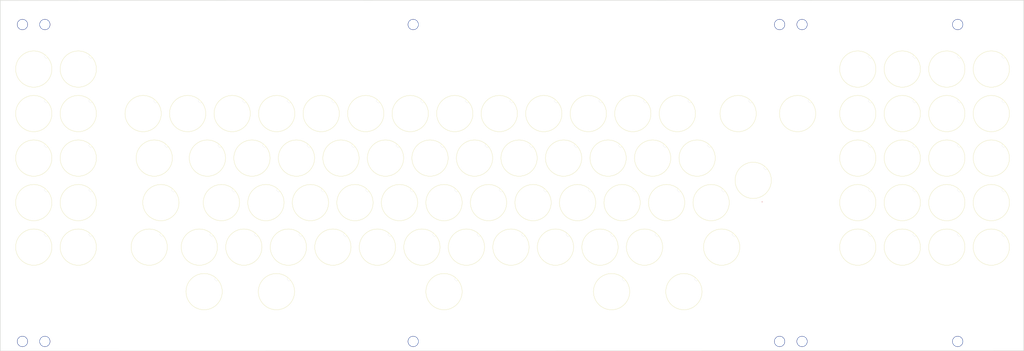
<source format=kicad_pcb>
(kicad_pcb (version 20230410) (generator pcbnew)
  (layers (0 "F.Cu" signal) (31 "B.Cu" signal) (34 "B.Paste" user) (35 "F.Paste" user) (36 "B.SilkS" user "B.Silkscreen") (37 "F.SilkS" user "F.Silkscreen") (38 "B.Mask" user) (39 "F.Mask" user) (44 "Edge.Cuts" user))
  (net 0 "")
  (net 1 "ROW_5")
  (footprint "lib_fp:Beamspring Cutout" (layer "F.Cu") (at 341.395 210.3)
    (fp_text reference "SW_52" hide)
    (fp_text value "8,4 (COLN)" hide)
    (fp_line (start 4.585 -5.229792) (end 5.215 -4.590208) (stroke (width 0.05)) (layer "Edge.Cuts"))
    (fp_line (start 4.95 -5.96) (end 4.585 -5.569792) (stroke (width 0.05)) (layer "Edge.Cuts"))
    (fp_line (start 5.555 -4.590208) (end 5.942766 -4.970677) (stroke (width 0.05)) (layer "Edge.Cuts"))
    (fp_arc (start 4.585 -5.229792) (mid 4.514578 -5.399794) (end 4.585 -5.569792) (stroke (width 0.05)) (layer "Edge.Cuts"))
    (fp_arc (start 5.555 -4.590208) (mid 5.385 -4.519792) (end 5.215 -4.590208) (stroke (width 0.05)) (layer "Edge.Cuts"))
    (fp_arc (start 5.942766 -4.970677) (mid -5.468802 5.487832) (end 4.95 -5.96) (stroke (width 0.05)) (layer "Edge.Cuts"))
  )
  (footprint "lib_fp:Beamspring Cutout" (layer "F.Cu") (at 217.645 229.35)
    (fp_text reference "SW_57" hide)
    (fp_text value "4,2 (C)" hide)
    (fp_line (start 4.585 -5.229792) (end 5.215 -4.590208) (stroke (width 0.05)) (layer "Edge.Cuts"))
    (fp_line (start 4.95 -5.96) (end 4.585 -5.569792) (stroke (width 0.05)) (layer "Edge.Cuts"))
    (fp_line (start 5.555 -4.590208) (end 5.942766 -4.970677) (stroke (width 0.05)) (layer "Edge.Cuts"))
    (fp_arc (start 4.585 -5.229792) (mid 4.514578 -5.399794) (end 4.585 -5.569792) (stroke (width 0.05)) (layer "Edge.Cuts"))
    (fp_arc (start 5.555 -4.590208) (mid 5.385 -4.519792) (end 5.215 -4.590208) (stroke (width 0.05)) (layer "Edge.Cuts"))
    (fp_arc (start 5.942766 -4.970677) (mid -5.468802 5.487832) (end 4.95 -5.96) (stroke (width 0.05)) (layer "Edge.Cuts"))
  )
  (footprint "random-keyboard-parts:Generic-Mounthole_4.6mm" (layer "F.Cu") (at 418.4 134.1)
    (fp_text reference "H5")
    (fp_text value "MountingHole")
  )
  (footprint "lib_fp:Beamspring Cutout" (layer "F.Cu") (at 174.545 172.2)
    (fp_text reference "SW_15" hide)
    (fp_text value "3,8 (02)" hide)
    (fp_line (start 4.585 -5.229792) (end 5.215 -4.590208) (stroke (width 0.05)) (layer "Edge.Cuts"))
    (fp_line (start 4.95 -5.96) (end 4.585 -5.569792) (stroke (width 0.05)) (layer "Edge.Cuts"))
    (fp_line (start 5.555 -4.590208) (end 5.942766 -4.970677) (stroke (width 0.05)) (layer "Edge.Cuts"))
    (fp_arc (start 4.585 -5.229792) (mid 4.514578 -5.399794) (end 4.585 -5.569792) (stroke (width 0.05)) (layer "Edge.Cuts"))
    (fp_arc (start 5.555 -4.590208) (mid 5.385 -4.519792) (end 5.215 -4.590208) (stroke (width 0.05)) (layer "Edge.Cuts"))
    (fp_arc (start 5.942766 -4.970677) (mid -5.468802 5.487832) (end 4.95 -5.96) (stroke (width 0.05)) (layer "Edge.Cuts"))
  )
  (footprint "lib_fp:Beamspring Cutout" (layer "F.Cu") (at 499.395 153.15)
    (fp_text reference "SW_75" hide)
    (fp_text value "C,7 (P04)" hide)
    (fp_line (start 4.585 -5.229792) (end 5.215 -4.590208) (stroke (width 0.05)) (layer "Edge.Cuts"))
    (fp_line (start 4.95 -5.96) (end 4.585 -5.569792) (stroke (width 0.05)) (layer "Edge.Cuts"))
    (fp_line (start 5.555 -4.590208) (end 5.942766 -4.970677) (stroke (width 0.05)) (layer "Edge.Cuts"))
    (fp_arc (start 4.585 -5.229792) (mid 4.514578 -5.399794) (end 4.585 -5.569792) (stroke (width 0.05)) (layer "Edge.Cuts"))
    (fp_arc (start 5.555 -4.590208) (mid 5.385 -4.519792) (end 5.215 -4.590208) (stroke (width 0.05)) (layer "Edge.Cuts"))
    (fp_arc (start 5.942766 -4.970677) (mid -5.468802 5.487832) (end 4.95 -5.96) (stroke (width 0.05)) (layer "Edge.Cuts"))
  )
  (footprint "random-keyboard-parts:Generic-Mounthole_4.6mm" (layer "F.Cu") (at 408.8 134.1)
    (fp_text reference "H10")
    (fp_text value "MountingHole")
  )
  (footprint "lib_fp:Beamspring Cutout" (layer "F.Cu") (at 303.295 210.3)
    (fp_text reference "SW_50" hide)
    (fp_text value "7,4 (K)" hide)
    (fp_line (start 4.585 -5.229792) (end 5.215 -4.590208) (stroke (width 0.05)) (layer "Edge.Cuts"))
    (fp_line (start 4.95 -5.96) (end 4.585 -5.569792) (stroke (width 0.05)) (layer "Edge.Cuts"))
    (fp_line (start 5.555 -4.590208) (end 5.942766 -4.970677) (stroke (width 0.05)) (layer "Edge.Cuts"))
    (fp_arc (start 4.585 -5.229792) (mid 4.514578 -5.399794) (end 4.585 -5.569792) (stroke (width 0.05)) (layer "Edge.Cuts"))
    (fp_arc (start 5.555 -4.590208) (mid 5.385 -4.519792) (end 5.215 -4.590208) (stroke (width 0.05)) (layer "Edge.Cuts"))
    (fp_arc (start 5.942766 -4.970677) (mid -5.468802 5.487832) (end 4.95 -5.96) (stroke (width 0.05)) (layer "Edge.Cuts"))
  )
  (footprint "lib_fp:Beamspring Cutout" (layer "F.Cu") (at 326.945 172.2)
    (fp_text reference "SW_23" hide)
    (fp_text value "7,7 (00)" hide)
    (fp_line (start 4.585 -5.229792) (end 5.215 -4.590208) (stroke (width 0.05)) (layer "Edge.Cuts"))
    (fp_line (start 4.95 -5.96) (end 4.585 -5.569792) (stroke (width 0.05)) (layer "Edge.Cuts"))
    (fp_line (start 5.555 -4.590208) (end 5.942766 -4.970677) (stroke (width 0.05)) (layer "Edge.Cuts"))
    (fp_arc (start 4.585 -5.229792) (mid 4.514578 -5.399794) (end 4.585 -5.569792) (stroke (width 0.05)) (layer "Edge.Cuts"))
    (fp_arc (start 5.555 -4.590208) (mid 5.385 -4.519792) (end 5.215 -4.590208) (stroke (width 0.05)) (layer "Edge.Cuts"))
    (fp_arc (start 5.942766 -4.970677) (mid -5.468802 5.487832) (end 4.95 -5.96) (stroke (width 0.05)) (layer "Edge.Cuts"))
  )
  (footprint "lib_fp:Beamspring Cutout" (layer "F.Cu") (at 89.645 229.35)
    (fp_text reference "SW_09" hide)
    (fp_text value "1,2 (F9)" hide)
    (fp_line (start 4.585 -5.229792) (end 5.215 -4.590208) (stroke (width 0.05)) (layer "Edge.Cuts"))
    (fp_line (start 4.95 -5.96) (end 4.585 -5.569792) (stroke (width 0.05)) (layer "Edge.Cuts"))
    (fp_line (start 5.555 -4.590208) (end 5.942766 -4.970677) (stroke (width 0.05)) (layer "Edge.Cuts"))
    (fp_arc (start 4.585 -5.229792) (mid 4.514578 -5.399794) (end 4.585 -5.569792) (stroke (width 0.05)) (layer "Edge.Cuts"))
    (fp_arc (start 5.555 -4.590208) (mid 5.385 -4.519792) (end 5.215 -4.590208) (stroke (width 0.05)) (layer "Edge.Cuts"))
    (fp_arc (start 5.942766 -4.970677) (mid -5.468802 5.487832) (end 4.95 -5.96) (stroke (width 0.05)) (layer "Edge.Cuts"))
  )
  (footprint "lib_fp:Beamspring Cutout" (layer "F.Cu") (at 316.3575 191.25)
    (fp_text reference "SW_37" hide)
    (fp_text value "7,6 (O)" hide)
    (fp_line (start 4.585 -5.229792) (end 5.215 -4.590208) (stroke (width 0.05)) (layer "Edge.Cuts"))
    (fp_line (start 4.95 -5.96) (end 4.585 -5.569792) (stroke (width 0.05)) (layer "Edge.Cuts"))
    (fp_line (start 5.555 -4.590208) (end 5.942766 -4.970677) (stroke (width 0.05)) (layer "Edge.Cuts"))
    (fp_arc (start 4.585 -5.229792) (mid 4.514578 -5.399794) (end 4.585 -5.569792) (stroke (width 0.05)) (layer "Edge.Cuts"))
    (fp_arc (start 5.555 -4.590208) (mid 5.385 -4.519792) (end 5.215 -4.590208) (stroke (width 0.05)) (layer "Edge.Cuts"))
    (fp_arc (start 5.942766 -4.970677) (mid -5.468802 5.487832) (end 4.95 -5.96) (stroke (width 0.05)) (layer "Edge.Cuts"))
  )
  (footprint "lib_fp:Beamspring Cutout" (layer "F.Cu") (at 227.095 210.3)
    (fp_text reference "SW_46" hide)
    (fp_text value "5,5 (F)" hide)
    (fp_line (start 4.585 -5.229792) (end 5.215 -4.590208) (stroke (width 0.05)) (layer "Edge.Cuts"))
    (fp_line (start 4.95 -5.96) (end 4.585 -5.569792) (stroke (width 0.05)) (layer "Edge.Cuts"))
    (fp_line (start 5.555 -4.590208) (end 5.942766 -4.970677) (stroke (width 0.05)) (layer "Edge.Cuts"))
    (fp_arc (start 4.585 -5.229792) (mid 4.514578 -5.399794) (end 4.585 -5.569792) (stroke (width 0.05)) (layer "Edge.Cuts"))
    (fp_arc (start 5.555 -4.590208) (mid 5.385 -4.519792) (end 5.215 -4.590208) (stroke (width 0.05)) (layer "Edge.Cuts"))
    (fp_arc (start 5.942766 -4.970677) (mid -5.468802 5.487832) (end 4.95 -5.96) (stroke (width 0.05)) (layer "Edge.Cuts"))
  )
  (footprint "random-keyboard-parts:Generic-Mounthole_4.6mm" (layer "F.Cu") (at 94.4 134.1)
    (fp_text reference "H3")
    (fp_text value "MountingHole" hide)
  )
  (footprint "random-keyboard-parts:Generic-Mounthole_4.6mm" (layer "F.Cu") (at 84.8 269.7)
    (fp_text reference "H7")
    (fp_text value "MountingHole")
  )
  (footprint "lib_fp:Beamspring Cutout" (layer "F.Cu") (at 442.245 172.2)
    (fp_text reference "SW_76" hide)
    (fp_text value "A,7 (P05)" hide)
    (fp_line (start 4.585 -5.229792) (end 5.215 -4.590208) (stroke (width 0.05)) (layer "Edge.Cuts"))
    (fp_line (start 4.95 -5.96) (end 4.585 -5.569792) (stroke (width 0.05)) (layer "Edge.Cuts"))
    (fp_line (start 5.555 -4.590208) (end 5.942766 -4.970677) (stroke (width 0.05)) (layer "Edge.Cuts"))
    (fp_arc (start 4.585 -5.229792) (mid 4.514578 -5.399794) (end 4.585 -5.569792) (stroke (width 0.05)) (layer "Edge.Cuts"))
    (fp_arc (start 5.555 -4.590208) (mid 5.385 -4.519792) (end 5.215 -4.590208) (stroke (width 0.05)) (layer "Edge.Cuts"))
    (fp_arc (start 5.942766 -4.970677) (mid -5.468802 5.487832) (end 4.95 -5.96) (stroke (width 0.05)) (layer "Edge.Cuts"))
  )
  (footprint "lib_fp:Beamspring Cutout" (layer "F.Cu") (at 155.495 172.2)
    (fp_text reference "SW_14" hide)
    (fp_text value "2,7 (01)" hide)
    (fp_line (start 4.585 -5.229792) (end 5.215 -4.590208) (stroke (width 0.05)) (layer "Edge.Cuts"))
    (fp_line (start 4.95 -5.96) (end 4.585 -5.569792) (stroke (width 0.05)) (layer "Edge.Cuts"))
    (fp_line (start 5.555 -4.590208) (end 5.942766 -4.970677) (stroke (width 0.05)) (layer "Edge.Cuts"))
    (fp_arc (start 4.585 -5.229792) (mid 4.514578 -5.399794) (end 4.585 -5.569792) (stroke (width 0.05)) (layer "Edge.Cuts"))
    (fp_arc (start 5.555 -4.590208) (mid 5.385 -4.519792) (end 5.215 -4.590208) (stroke (width 0.05)) (layer "Edge.Cuts"))
    (fp_arc (start 5.942766 -4.970677) (mid -5.468802 5.487832) (end 4.95 -5.96) (stroke (width 0.05)) (layer "Edge.Cuts"))
  )
  (footprint "lib_fp:Beamspring Cutout" (layer "F.Cu") (at 208.045 210.3)
    (fp_text reference "SW_45" hide)
    (fp_text value "4,4 (D)" hide)
    (fp_line (start 4.585 -5.229792) (end 5.215 -4.590208) (stroke (width 0.05)) (layer "Edge.Cuts"))
    (fp_line (start 4.95 -5.96) (end 4.585 -5.569792) (stroke (width 0.05)) (layer "Edge.Cuts"))
    (fp_line (start 5.555 -4.590208) (end 5.942766 -4.970677) (stroke (width 0.05)) (layer "Edge.Cuts"))
    (fp_arc (start 4.585 -5.229792) (mid 4.514578 -5.399794) (end 4.585 -5.569792) (stroke (width 0.05)) (layer "Edge.Cuts"))
    (fp_arc (start 5.555 -4.590208) (mid 5.385 -4.519792) (end 5.215 -4.590208) (stroke (width 0.05)) (layer "Edge.Cuts"))
    (fp_arc (start 5.942766 -4.970677) (mid -5.468802 5.487832) (end 4.95 -5.96) (stroke (width 0.05)) (layer "Edge.Cuts"))
  )
  (footprint "lib_fp:Beamspring Cutout" (layer "F.Cu") (at 461.295 153.15)
    (fp_text reference "SW_73" hide)
    (fp_text value "B,8 (P02)" hide)
    (fp_line (start 4.585 -5.229792) (end 5.215 -4.590208) (stroke (width 0.05)) (layer "Edge.Cuts"))
    (fp_line (start 4.95 -5.96) (end 4.585 -5.569792) (stroke (width 0.05)) (layer "Edge.Cuts"))
    (fp_line (start 5.555 -4.590208) (end 5.942766 -4.970677) (stroke (width 0.05)) (layer "Edge.Cuts"))
    (fp_arc (start 4.585 -5.229792) (mid 4.514578 -5.399794) (end 4.585 -5.569792) (stroke (width 0.05)) (layer "Edge.Cuts"))
    (fp_arc (start 5.555 -4.590208) (mid 5.385 -4.519792) (end 5.215 -4.590208) (stroke (width 0.05)) (layer "Edge.Cuts"))
    (fp_arc (start 5.942766 -4.970677) (mid -5.468802 5.487832) (end 4.95 -5.96) (stroke (width 0.05)) (layer "Edge.Cuts"))
  )
  (footprint "lib_fp:Beamspring Cutout" (layer "F.Cu") (at 278.2575 191.25)
    (fp_text reference "SW_35" hide)
    (fp_text value "6,6 (U)" hide)
    (fp_line (start 4.585 -5.229792) (end 5.215 -4.590208) (stroke (width 0.05)) (layer "Edge.Cuts"))
    (fp_line (start 4.95 -5.96) (end 4.585 -5.569792) (stroke (width 0.05)) (layer "Edge.Cuts"))
    (fp_line (start 5.555 -4.590208) (end 5.942766 -4.970677) (stroke (width 0.05)) (layer "Edge.Cuts"))
    (fp_arc (start 4.585 -5.229792) (mid 4.514578 -5.399794) (end 4.585 -5.569792) (stroke (width 0.05)) (layer "Edge.Cuts"))
    (fp_arc (start 5.555 -4.590208) (mid 5.385 -4.519792) (end 5.215 -4.590208) (stroke (width 0.05)) (layer "Edge.Cuts"))
    (fp_arc (start 5.942766 -4.970677) (mid -5.468802 5.487832) (end 4.95 -5.96) (stroke (width 0.05)) (layer "Edge.Cuts"))
  )
  (footprint "lib_fp:Beamspring Cutout" (layer "F.Cu") (at 360.445 210.3)
    (fp_text reference "SW_53" hide)
    (fp_text value "8,3 (QOTE)" hide)
    (fp_line (start 4.585 -5.229792) (end 5.215 -4.590208) (stroke (width 0.05)) (layer "Edge.Cuts"))
    (fp_line (start 4.95 -5.96) (end 4.585 -5.569792) (stroke (width 0.05)) (layer "Edge.Cuts"))
    (fp_line (start 5.555 -4.590208) (end 5.942766 -4.970677) (stroke (width 0.05)) (layer "Edge.Cuts"))
    (fp_arc (start 4.585 -5.229792) (mid 4.514578 -5.399794) (end 4.585 -5.569792) (stroke (width 0.05)) (layer "Edge.Cuts"))
    (fp_arc (start 5.555 -4.590208) (mid 5.385 -4.519792) (end 5.215 -4.590208) (stroke (width 0.05)) (layer "Edge.Cuts"))
    (fp_arc (start 5.942766 -4.970677) (mid -5.468802 5.487832) (end 4.95 -5.96) (stroke (width 0.05)) (layer "Edge.Cuts"))
  )
  (footprint "lib_fp:Beamspring Cutout" (layer "F.Cu") (at 89.645 210.3)
    (fp_text reference "SW_07" hide)
    (fp_text value "1,3 (F7)" hide)
    (fp_line (start 4.585 -5.229792) (end 5.215 -4.590208) (stroke (width 0.05)) (layer "Edge.Cuts"))
    (fp_line (start 4.95 -5.96) (end 4.585 -5.569792) (stroke (width 0.05)) (layer "Edge.Cuts"))
    (fp_line (start 5.555 -4.590208) (end 5.942766 -4.970677) (stroke (width 0.05)) (layer "Edge.Cuts"))
    (fp_arc (start 4.585 -5.229792) (mid 4.514578 -5.399794) (end 4.585 -5.569792) (stroke (width 0.05)) (layer "Edge.Cuts"))
    (fp_arc (start 5.555 -4.590208) (mid 5.385 -4.519792) (end 5.215 -4.590208) (stroke (width 0.05)) (layer "Edge.Cuts"))
    (fp_arc (start 5.942766 -4.970677) (mid -5.468802 5.487832) (end 4.95 -5.96) (stroke (width 0.05)) (layer "Edge.Cuts"))
  )
  (footprint "lib_fp:Beamspring Cutout" (layer "F.Cu") (at 335.4075 191.25)
    (fp_text reference "SW_38" hide)
    (fp_text value "8,5 (P)" hide)
    (fp_line (start 4.585 -5.229792) (end 5.215 -4.590208) (stroke (width 0.05)) (layer "Edge.Cuts"))
    (fp_line (start 4.95 -5.96) (end 4.585 -5.569792) (stroke (width 0.05)) (layer "Edge.Cuts"))
    (fp_line (start 5.555 -4.590208) (end 5.942766 -4.970677) (stroke (width 0.05)) (layer "Edge.Cuts"))
    (fp_arc (start 4.585 -5.229792) (mid 4.514578 -5.399794) (end 4.585 -5.569792) (stroke (width 0.05)) (layer "Edge.Cuts"))
    (fp_arc (start 5.555 -4.590208) (mid 5.385 -4.519792) (end 5.215 -4.590208) (stroke (width 0.05)) (layer "Edge.Cuts"))
    (fp_arc (start 5.942766 -4.970677) (mid -5.468802 5.487832) (end 4.95 -5.96) (stroke (width 0.05)) (layer "Edge.Cuts"))
  )
  (footprint "lib_fp:Beamspring Cutout" (layer "F.Cu") (at 461.295 172.2)
    (fp_text reference "SW_77" hide)
    (fp_text value "B,7 (P06)" hide)
    (fp_line (start 4.585 -5.229792) (end 5.215 -4.590208) (stroke (width 0.05)) (layer "Edge.Cuts"))
    (fp_line (start 4.95 -5.96) (end 4.585 -5.569792) (stroke (width 0.05)) (layer "Edge.Cuts"))
    (fp_line (start 5.555 -4.590208) (end 5.942766 -4.970677) (stroke (width 0.05)) (layer "Edge.Cuts"))
    (fp_arc (start 4.585 -5.229792) (mid 4.514578 -5.399794) (end 4.585 -5.569792) (stroke (width 0.05)) (layer "Edge.Cuts"))
    (fp_arc (start 5.555 -4.590208) (mid 5.385 -4.519792) (end 5.215 -4.590208) (stroke (width 0.05)) (layer "Edge.Cuts"))
    (fp_arc (start 5.942766 -4.970677) (mid -5.468802 5.487832) (end 4.95 -5.96) (stroke (width 0.05)) (layer "Edge.Cuts"))
  )
  (footprint "lib_fp:Beamspring Cutout" (layer "F.Cu") (at 89.645 191.25)
    (fp_text reference "SW_05" hide)
    (fp_text value "1,4 (F5)" hide)
    (fp_line (start 4.585 -5.229792) (end 5.215 -4.590208) (stroke (width 0.05)) (layer "Edge.Cuts"))
    (fp_line (start 4.95 -5.96) (end 4.585 -5.569792) (stroke (width 0.05)) (layer "Edge.Cuts"))
    (fp_line (start 5.555 -4.590208) (end 5.942766 -4.970677) (stroke (width 0.05)) (layer "Edge.Cuts"))
    (fp_arc (start 4.585 -5.229792) (mid 4.514578 -5.399794) (end 4.585 -5.569792) (stroke (width 0.05)) (layer "Edge.Cuts"))
    (fp_arc (start 5.555 -4.590208) (mid 5.385 -4.519792) (end 5.215 -4.590208) (stroke (width 0.05)) (layer "Edge.Cuts"))
    (fp_arc (start 5.942766 -4.970677) (mid -5.468802 5.487832) (end 4.95 -5.96) (stroke (width 0.05)) (layer "Edge.Cuts"))
  )
  (footprint "lib_fp:Beamspring Cutout" (layer "F.Cu") (at 293.845 229.35)
    (fp_text reference "SW_61" hide)
    (fp_text value "6,1 (M)" hide)
    (fp_line (start 4.585 -5.229792) (end 5.215 -4.590208) (stroke (width 0.05)) (layer "Edge.Cuts"))
    (fp_line (start 4.95 -5.96) (end 4.585 -5.569792) (stroke (width 0.05)) (layer "Edge.Cuts"))
    (fp_line (start 5.555 -4.590208) (end 5.942766 -4.970677) (stroke (width 0.05)) (layer "Edge.Cuts"))
    (fp_arc (start 4.585 -5.229792) (mid 4.514578 -5.399794) (end 4.585 -5.569792) (stroke (width 0.05)) (layer "Edge.Cuts"))
    (fp_arc (start 5.555 -4.590208) (mid 5.385 -4.519792) (end 5.215 -4.590208) (stroke (width 0.05)) (layer "Edge.Cuts"))
    (fp_arc (start 5.942766 -4.970677) (mid -5.468802 5.487832) (end 4.95 -5.96) (stroke (width 0.05)) (layer "Edge.Cuts"))
  )
  (footprint "lib_fp:Beamspring Cutout" (layer "F.Cu") (at 499.395 172.2)
    (fp_text reference "SW_79" hide)
    (fp_text value "C,5 (P08)" hide)
    (fp_line (start 4.585 -5.229792) (end 5.215 -4.590208) (stroke (width 0.05)) (layer "Edge.Cuts"))
    (fp_line (start 4.95 -5.96) (end 4.585 -5.569792) (stroke (width 0.05)) (layer "Edge.Cuts"))
    (fp_line (start 5.555 -4.590208) (end 5.942766 -4.970677) (stroke (width 0.05)) (layer "Edge.Cuts"))
    (fp_arc (start 4.585 -5.229792) (mid 4.514578 -5.399794) (end 4.585 -5.569792) (stroke (width 0.05)) (layer "Edge.Cuts"))
    (fp_arc (start 5.555 -4.590208) (mid 5.385 -4.519792) (end 5.215 -4.590208) (stroke (width 0.05)) (layer "Edge.Cuts"))
    (fp_arc (start 5.942766 -4.970677) (mid -5.468802 5.487832) (end 4.95 -5.96) (stroke (width 0.05)) (layer "Edge.Cuts"))
  )
  (footprint "lib_fp:Beamspring Cutout" (layer "F.Cu") (at 480.345 210.3)
    (fp_text reference "SW_86" hide)
    (fp_text value "B,3 (P15)" hide)
    (fp_line (start 4.585 -5.229792) (end 5.215 -4.590208) (stroke (width 0.05)) (layer "Edge.Cuts"))
    (fp_line (start 4.95 -5.96) (end 4.585 -5.569792) (stroke (width 0.05)) (layer "Edge.Cuts"))
    (fp_line (start 5.555 -4.590208) (end 5.942766 -4.970677) (stroke (width 0.05)) (layer "Edge.Cuts"))
    (fp_arc (start 4.585 -5.229792) (mid 4.514578 -5.399794) (end 4.585 -5.569792) (stroke (width 0.05)) (layer "Edge.Cuts"))
    (fp_arc (start 5.555 -4.590208) (mid 5.385 -4.519792) (end 5.215 -4.590208) (stroke (width 0.05)) (layer "Edge.Cuts"))
    (fp_arc (start 5.942766 -4.970677) (mid -5.468802 5.487832) (end 4.95 -5.96) (stroke (width 0.05)) (layer "Edge.Cuts"))
  )
  (footprint "lib_fp:Beamspring Cutout" (layer "F.Cu") (at 480.345 191.25)
    (fp_text reference "SW_82" hide)
    (fp_text value " B,5 (P11)" hide)
    (fp_line (start 4.585 -5.229792) (end 5.215 -4.590208) (stroke (width 0.05)) (layer "Edge.Cuts"))
    (fp_line (start 4.95 -5.96) (end 4.585 -5.569792) (stroke (width 0.05)) (layer "Edge.Cuts"))
    (fp_line (start 5.555 -4.590208) (end 5.942766 -4.970677) (stroke (width 0.05)) (layer "Edge.Cuts"))
    (fp_arc (start 4.585 -5.229792) (mid 4.514578 -5.399794) (end 4.585 -5.569792) (stroke (width 0.05)) (layer "Edge.Cuts"))
    (fp_arc (start 5.555 -4.590208) (mid 5.385 -4.519792) (end 5.215 -4.590208) (stroke (width 0.05)) (layer "Edge.Cuts"))
    (fp_arc (start 5.942766 -4.970677) (mid -5.468802 5.487832) (end 4.95 -5.96) (stroke (width 0.05)) (layer "Edge.Cuts"))
  )
  (footprint "lib_fp:Beamspring Cutout" (layer "F.Cu") (at 499.395 229.35)
    (fp_text reference "SW_91" hide)
    (fp_text value "C,2 (P20)" hide)
    (fp_line (start 4.585 -5.229792) (end 5.215 -4.590208) (stroke (width 0.05)) (layer "Edge.Cuts"))
    (fp_line (start 4.95 -5.96) (end 4.585 -5.569792) (stroke (width 0.05)) (layer "Edge.Cuts"))
    (fp_line (start 5.555 -4.590208) (end 5.942766 -4.970677) (stroke (width 0.05)) (layer "Edge.Cuts"))
    (fp_arc (start 4.585 -5.229792) (mid 4.514578 -5.399794) (end 4.585 -5.569792) (stroke (width 0.05)) (layer "Edge.Cuts"))
    (fp_arc (start 5.555 -4.590208) (mid 5.385 -4.519792) (end 5.215 -4.590208) (stroke (width 0.05)) (layer "Edge.Cuts"))
    (fp_arc (start 5.942766 -4.970677) (mid -5.468802 5.487832) (end 4.95 -5.96) (stroke (width 0.05)) (layer "Edge.Cuts"))
  )
  (footprint "lib_fp:Beamspring Cutout" (layer "F.Cu") (at 179.545 229.35)
    (fp_text reference "SW_55" hide)
    (fp_text value "3,2 (Z)" hide)
    (fp_line (start 4.585 -5.229792) (end 5.215 -4.590208) (stroke (width 0.05)) (layer "Edge.Cuts"))
    (fp_line (start 4.95 -5.96) (end 4.585 -5.569792) (stroke (width 0.05)) (layer "Edge.Cuts"))
    (fp_line (start 5.555 -4.590208) (end 5.942766 -4.970677) (stroke (width 0.05)) (layer "Edge.Cuts"))
    (fp_arc (start 4.585 -5.229792) (mid 4.514578 -5.399794) (end 4.585 -5.569792) (stroke (width 0.05)) (layer "Edge.Cuts"))
    (fp_arc (start 5.555 -4.590208) (mid 5.385 -4.519792) (end 5.215 -4.590208) (stroke (width 0.05)) (layer "Edge.Cuts"))
    (fp_arc (start 5.942766 -4.970677) (mid -5.468802 5.487832) (end 4.95 -5.96) (stroke (width 0.05)) (layer "Edge.Cuts"))
  )
  (footprint "random-keyboard-parts:Generic-Mounthole_4.6mm" (layer "F.Cu") (at 252 134.1)
    (fp_text reference "H1")
    (fp_text value "MountingHole")
  )
  (footprint "lib_fp:Beamspring Cutout" (layer "F.Cu") (at 269.795 172.2)
    (fp_text reference "SW_20" hide)
    (fp_text value "6,8 (07)" hide)
    (fp_line (start 4.585 -5.229792) (end 5.215 -4.590208) (stroke (width 0.05)) (layer "Edge.Cuts"))
    (fp_line (start 4.95 -5.96) (end 4.585 -5.569792) (stroke (width 0.05)) (layer "Edge.Cuts"))
    (fp_line (start 5.555 -4.590208) (end 5.942766 -4.970677) (stroke (width 0.05)) (layer "Edge.Cuts"))
    (fp_arc (start 4.585 -5.229792) (mid 4.514578 -5.399794) (end 4.585 -5.569792) (stroke (width 0.05)) (layer "Edge.Cuts"))
    (fp_arc (start 5.555 -4.590208) (mid 5.385 -4.519792) (end 5.215 -4.590208) (stroke (width 0.05)) (layer "Edge.Cuts"))
    (fp_arc (start 5.942766 -4.970677) (mid -5.468802 5.487832) (end 4.95 -5.96) (stroke (width 0.05)) (layer "Edge.Cuts"))
  )
  (footprint "lib_fp:Beamspring Cutout" (layer "F.Cu") (at 136.445 172.2)
    (fp_text reference "SW_13" hide)
    (fp_text value "2,8 (ESC)" hide)
    (fp_line (start 4.585 -5.229792) (end 5.215 -4.590208) (stroke (width 0.05)) (layer "Edge.Cuts"))
    (fp_line (start 4.95 -5.96) (end 4.585 -5.569792) (stroke (width 0.05)) (layer "Edge.Cuts"))
    (fp_line (start 5.555 -4.590208) (end 5.942766 -4.970677) (stroke (width 0.05)) (layer "Edge.Cuts"))
    (fp_arc (start 4.585 -5.229792) (mid 4.514578 -5.399794) (end 4.585 -5.569792) (stroke (width 0.05)) (layer "Edge.Cuts"))
    (fp_arc (start 5.555 -4.590208) (mid 5.385 -4.519792) (end 5.215 -4.590208) (stroke (width 0.05)) (layer "Edge.Cuts"))
    (fp_arc (start 5.942766 -4.970677) (mid -5.468802 5.487832) (end 4.95 -5.96) (stroke (width 0.05)) (layer "Edge.Cuts"))
  )
  (footprint "lib_fp:Beamspring Cutout" (layer "F.Cu") (at 397.5075 200.775)
    (fp_text reference "SW_41" hide)
    (fp_text value "9,5 (ENT)" hide)
    (fp_line (start 4.585 -5.229792) (end 5.215 -4.590208) (stroke (width 0.05)) (layer "Edge.Cuts"))
    (fp_line (start 4.95 -5.96) (end 4.585 -5.569792) (stroke (width 0.05)) (layer "Edge.Cuts"))
    (fp_line (start 5.555 -4.590208) (end 5.942766 -4.970677) (stroke (width 0.05)) (layer "Edge.Cuts"))
    (fp_arc (start 4.585 -5.229792) (mid 4.514578 -5.399794) (end 4.585 -5.569792) (stroke (width 0.05)) (layer "Edge.Cuts"))
    (fp_arc (start 5.555 -4.590208) (mid 5.385 -4.519792) (end 5.215 -4.590208) (stroke (width 0.05)) (layer "Edge.Cuts"))
    (fp_arc (start 5.942766 -4.970677) (mid -5.468802 5.487832) (end 4.95 -5.96) (stroke (width 0.05)) (layer "Edge.Cuts"))
  )
  (footprint "lib_fp:Beamspring Cutout" (layer "F.Cu") (at 345.995 172.2)
    (fp_text reference "SW_24" hide)
    (fp_text value "8,8 (MINS)" hide)
    (fp_line (start 4.585 -5.229792) (end 5.215 -4.590208) (stroke (width 0.05)) (layer "Edge.Cuts"))
    (fp_line (start 4.95 -5.96) (end 4.585 -5.569792) (stroke (width 0.05)) (layer "Edge.Cuts"))
    (fp_line (start 5.555 -4.590208) (end 5.942766 -4.970677) (stroke (width 0.05)) (layer "Edge.Cuts"))
    (fp_arc (start 4.585 -5.229792) (mid 4.514578 -5.399794) (end 4.585 -5.569792) (stroke (width 0.05)) (layer "Edge.Cuts"))
    (fp_arc (start 5.555 -4.590208) (mid 5.385 -4.519792) (end 5.215 -4.590208) (stroke (width 0.05)) (layer "Edge.Cuts"))
    (fp_arc (start 5.942766 -4.970677) (mid -5.468802 5.487832) (end 4.95 -5.96) (stroke (width 0.05)) (layer "Edge.Cuts"))
  )
  (footprint "lib_fp:Beamspring Cutout" (layer "F.Cu") (at 198.595 229.35)
    (fp_text reference "SW_56" hide)
    (fp_text value "4,3 (X)" hide)
    (fp_line (start 4.585 -5.229792) (end 5.215 -4.590208) (stroke (width 0.05)) (layer "Edge.Cuts"))
    (fp_line (start 4.95 -5.96) (end 4.585 -5.569792) (stroke (width 0.05)) (layer "Edge.Cuts"))
    (fp_line (start 5.555 -4.590208) (end 5.942766 -4.970677) (stroke (width 0.05)) (layer "Edge.Cuts"))
    (fp_arc (start 4.585 -5.229792) (mid 4.514578 -5.399794) (end 4.585 -5.569792) (stroke (width 0.05)) (layer "Edge.Cuts"))
    (fp_arc (start 5.555 -4.590208) (mid 5.385 -4.519792) (end 5.215 -4.590208) (stroke (width 0.05)) (layer "Edge.Cuts"))
    (fp_arc (start 5.942766 -4.970677) (mid -5.468802 5.487832) (end 4.95 -5.96) (stroke (width 0.05)) (layer "Edge.Cuts"))
  )
  (footprint "lib_fp:Beamspring Cutout" (layer "F.Cu") (at 259.2075 191.25)
    (fp_text reference "SW_34" hide)
    (fp_text value "6,5 (Y)" hide)
    (fp_line (start 4.585 -5.229792) (end 5.215 -4.590208) (stroke (width 0.05)) (layer "Edge.Cuts"))
    (fp_line (start 4.95 -5.96) (end 4.585 -5.569792) (stroke (width 0.05)) (layer "Edge.Cuts"))
    (fp_line (start 5.555 -4.590208) (end 5.942766 -4.970677) (stroke (width 0.05)) (layer "Edge.Cuts"))
    (fp_arc (start 4.585 -5.229792) (mid 4.514578 -5.399794) (end 4.585 -5.569792) (stroke (width 0.05)) (layer "Edge.Cuts"))
    (fp_arc (start 5.555 -4.590208) (mid 5.385 -4.519792) (end 5.215 -4.590208) (stroke (width 0.05)) (layer "Edge.Cuts"))
    (fp_arc (start 5.942766 -4.970677) (mid -5.468802 5.487832) (end 4.95 -5.96) (stroke (width 0.05)) (layer "Edge.Cuts"))
  )
  (footprint "lib_fp:Beamspring Cutout" (layer "F.Cu") (at 416.495 172.2)
    (fp_text reference "SW_27" hide)
    (fp_text value "9,7 (XTRA)" hide)
    (fp_line (start 4.585 -5.229792) (end 5.215 -4.590208) (stroke (width 0.05)) (layer "Edge.Cuts"))
    (fp_line (start 4.95 -5.96) (end 4.585 -5.569792) (stroke (width 0.05)) (layer "Edge.Cuts"))
    (fp_line (start 5.555 -4.590208) (end 5.942766 -4.970677) (stroke (width 0.05)) (layer "Edge.Cuts"))
    (fp_arc (start 4.585 -5.229792) (mid 4.514578 -5.399794) (end 4.585 -5.569792) (stroke (width 0.05)) (layer "Edge.Cuts"))
    (fp_arc (start 5.555 -4.590208) (mid 5.385 -4.519792) (end 5.215 -4.590208) (stroke (width 0.05)) (layer "Edge.Cuts"))
    (fp_arc (start 5.942766 -4.970677) (mid -5.468802 5.487832) (end 4.95 -5.96) (stroke (width 0.05)) (layer "Edge.Cuts"))
  )
  (footprint "lib_fp:Beamspring Cutout" (layer "F.Cu") (at 365.045 172.2)
    (fp_text reference "SW_25" hide)
    (fp_text value "8,7 (PLUS)" hide)
    (fp_line (start 4.585 -5.229792) (end 5.215 -4.590208) (stroke (width 0.05)) (layer "Edge.Cuts"))
    (fp_line (start 4.95 -5.96) (end 4.585 -5.569792) (stroke (width 0.05)) (layer "Edge.Cuts"))
    (fp_line (start 5.555 -4.590208) (end 5.942766 -4.970677) (stroke (width 0.05)) (layer "Edge.Cuts"))
    (fp_arc (start 4.585 -5.229792) (mid 4.514578 -5.399794) (end 4.585 -5.569792) (stroke (width 0.05)) (layer "Edge.Cuts"))
    (fp_arc (start 5.555 -4.590208) (mid 5.385 -4.519792) (end 5.215 -4.590208) (stroke (width 0.05)) (layer "Edge.Cuts"))
    (fp_arc (start 5.942766 -4.970677) (mid -5.468802 5.487832) (end 4.95 -5.96) (stroke (width 0.05)) (layer "Edge.Cuts"))
  )
  (footprint "lib_fp:Beamspring Cutout" (layer "F.Cu") (at 499.395 210.3)
    (fp_text reference "SW_87" hide)
    (fp_text value "C,3 (P16)" hide)
    (fp_line (start 4.585 -5.229792) (end 5.215 -4.590208) (stroke (width 0.05)) (layer "Edge.Cuts"))
    (fp_line (start 4.95 -5.96) (end 4.585 -5.569792) (stroke (width 0.05)) (layer "Edge.Cuts"))
    (fp_line (start 5.555 -4.590208) (end 5.942766 -4.970677) (stroke (width 0.05)) (layer "Edge.Cuts"))
    (fp_arc (start 4.585 -5.229792) (mid 4.514578 -5.399794) (end 4.585 -5.569792) (stroke (width 0.05)) (layer "Edge.Cuts"))
    (fp_arc (start 5.555 -4.590208) (mid 5.385 -4.519792) (end 5.215 -4.590208) (stroke (width 0.05)) (layer "Edge.Cuts"))
    (fp_arc (start 5.942766 -4.970677) (mid -5.468802 5.487832) (end 4.95 -5.96) (stroke (width 0.05)) (layer "Edge.Cuts"))
  )
  (footprint "lib_fp:Beamspring Cutout" (layer "F.Cu") (at 139.045 229.35)
    (fp_text reference "SW_54" hide)
    (fp_text value "3,3 (LSFT)" hide)
    (fp_line (start 4.585 -5.229792) (end 5.215 -4.590208) (stroke (width 0.05)) (layer "Edge.Cuts"))
    (fp_line (start 4.95 -5.96) (end 4.585 -5.569792) (stroke (width 0.05)) (layer "Edge.Cuts"))
    (fp_line (start 5.555 -4.590208) (end 5.942766 -4.970677) (stroke (width 0.05)) (layer "Edge.Cuts"))
    (fp_arc (start 4.585 -5.229792) (mid 4.514578 -5.399794) (end 4.585 -5.569792) (stroke (width 0.05)) (layer "Edge.Cuts"))
    (fp_arc (start 5.555 -4.590208) (mid 5.385 -4.519792) (end 5.215 -4.590208) (stroke (width 0.05)) (layer "Edge.Cuts"))
    (fp_arc (start 5.942766 -4.970677) (mid -5.468802 5.487832) (end 4.95 -5.96) (stroke (width 0.05)) (layer "Edge.Cuts"))
  )
  (footprint "lib_fp:Beamspring Cutout" (layer "F.Cu") (at 336.895 248.4)
    (fp_text reference "SW_69" hide)
    (fp_text value "8,1 (RALT)" hide)
    (fp_line (start 4.585 -5.229792) (end 5.215 -4.590208) (stroke (width 0.05)) (layer "Edge.Cuts"))
    (fp_line (start 4.95 -5.96) (end 4.585 -5.569792) (stroke (width 0.05)) (layer "Edge.Cuts"))
    (fp_line (start 5.555 -4.590208) (end 5.942766 -4.970677) (stroke (width 0.05)) (layer "Edge.Cuts"))
    (fp_arc (start 4.585 -5.229792) (mid 4.514578 -5.399794) (end 4.585 -5.569792) (stroke (width 0.05)) (layer "Edge.Cuts"))
    (fp_arc (start 5.555 -4.590208) (mid 5.385 -4.519792) (end 5.215 -4.590208) (stroke (width 0.05)) (layer "Edge.Cuts"))
    (fp_arc (start 5.942766 -4.970677) (mid -5.468802 5.487832) (end 4.95 -5.96) (stroke (width 0.05)) (layer "Edge.Cuts"))
  )
  (footprint "lib_fp:Beamspring Cutout" (layer "F.Cu") (at 240.1575 191.25)
    (fp_text reference "SW_33" hide)
    (fp_text value "5,6 (T)" hide)
    (fp_line (start 4.585 -5.229792) (end 5.215 -4.590208) (stroke (width 0.05)) (layer "Edge.Cuts"))
    (fp_line (start 4.95 -5.96) (end 4.585 -5.569792) (stroke (width 0.05)) (layer "Edge.Cuts"))
    (fp_line (start 5.555 -4.590208) (end 5.942766 -4.970677) (stroke (width 0.05)) (layer "Edge.Cuts"))
    (fp_arc (start 4.585 -5.229792) (mid 4.514578 -5.399794) (end 4.585 -5.569792) (stroke (width 0.05)) (layer "Edge.Cuts"))
    (fp_arc (start 5.555 -4.590208) (mid 5.385 -4.519792) (end 5.215 -4.590208) (stroke (width 0.05)) (layer "Edge.Cuts"))
    (fp_arc (start 5.942766 -4.970677) (mid -5.468802 5.487832) (end 4.95 -5.96) (stroke (width 0.05)) (layer "Edge.Cuts"))
  )
  (footprint "lib_fp:Beamspring Cutout" (layer "F.Cu") (at 236.695 229.35)
    (fp_text reference "SW_58" hide)
    (fp_text value "5,3 (V)" hide)
    (fp_line (start 4.585 -5.229792) (end 5.215 -4.590208) (stroke (width 0.05)) (layer "Edge.Cuts"))
    (fp_line (start 4.95 -5.96) (end 4.585 -5.569792) (stroke (width 0.05)) (layer "Edge.Cuts"))
    (fp_line (start 5.555 -4.590208) (end 5.942766 -4.970677) (stroke (width 0.05)) (layer "Edge.Cuts"))
    (fp_arc (start 4.585 -5.229792) (mid 4.514578 -5.399794) (end 4.585 -5.569792) (stroke (width 0.05)) (layer "Edge.Cuts"))
    (fp_arc (start 5.555 -4.590208) (mid 5.385 -4.519792) (end 5.215 -4.590208) (stroke (width 0.05)) (layer "Edge.Cuts"))
    (fp_arc (start 5.942766 -4.970677) (mid -5.468802 5.487832) (end 4.95 -5.96) (stroke (width 0.05)) (layer "Edge.Cuts"))
  )
  (footprint "random-keyboard-parts:Generic-Mounthole_4.6mm" (layer "F.Cu") (at 85.6 133)
    (fp_text reference "H12")
    (fp_text value "MountingHole" hide)
  )
  (footprint "lib_fp:Beamspring Cutout" (layer "F.Cu") (at 250.745 172.2)
    (fp_text reference "SW_19" hide)
    (fp_text value "5,7 (06)" hide)
    (fp_line (start 4.585 -5.229792) (end 5.215 -4.590208) (stroke (width 0.05)) (layer "Edge.Cuts"))
    (fp_line (start 4.95 -5.96) (end 4.585 -5.569792) (stroke (width 0.05)) (layer "Edge.Cuts"))
    (fp_line (start 5.555 -4.590208) (end 5.942766 -4.970677) (stroke (width 0.05)) (layer "Edge.Cuts"))
    (fp_arc (start 4.585 -5.229792) (mid 4.514578 -5.399794) (end 4.585 -5.569792) (stroke (width 0.05)) (layer "Edge.Cuts"))
    (fp_arc (start 5.555 -4.590208) (mid 5.385 -4.519792) (end 5.215 -4.590208) (stroke (width 0.05)) (layer "Edge.Cuts"))
    (fp_arc (start 5.942766 -4.970677) (mid -5.468802 5.487832) (end 4.95 -5.96) (stroke (width 0.05)) (layer "Edge.Cuts"))
  )
  (footprint "lib_fp:Beamspring Cutout" (layer "F.Cu") (at 89.645 172.2)
    (fp_text reference "SW_03" hide)
    (fp_text value "1,5 (F3)" hide)
    (fp_line (start 4.585 -5.229792) (end 5.215 -4.590208) (stroke (width 0.05)) (layer "Edge.Cuts"))
    (fp_line (start 4.95 -5.96) (end 4.585 -5.569792) (stroke (width 0.05)) (layer "Edge.Cuts"))
    (fp_line (start 5.555 -4.590208) (end 5.942766 -4.970677) (stroke (width 0.05)) (layer "Edge.Cuts"))
    (fp_arc (start 4.585 -5.229792) (mid 4.514578 -5.399794) (end 4.585 -5.569792) (stroke (width 0.05)) (layer "Edge.Cuts"))
    (fp_arc (start 5.555 -4.590208) (mid 5.385 -4.519792) (end 5.215 -4.590208) (stroke (width 0.05)) (layer "Edge.Cuts"))
    (fp_arc (start 5.942766 -4.970677) (mid -5.468802 5.487832) (end 4.95 -5.96) (stroke (width 0.05)) (layer "Edge.Cuts"))
  )
  (footprint "lib_fp:Beamspring Cutout" (layer "F.Cu") (at 367.85125 248.4)
    (fp_text reference "SW_70" hide)
    (fp_text value "9,2 (RCTL)" hide)
    (fp_line (start 4.585 -5.229792) (end 5.215 -4.590208) (stroke (width 0.05)) (layer "Edge.Cuts"))
    (fp_line (start 4.95 -5.96) (end 4.585 -5.569792) (stroke (width 0.05)) (layer "Edge.Cuts"))
    (fp_line (start 5.555 -4.590208) (end 5.942766 -4.970677) (stroke (width 0.05)) (layer "Edge.Cuts"))
    (fp_arc (start 4.585 -5.229792) (mid 4.514578 -5.399794) (end 4.585 -5.569792) (stroke (width 0.05)) (layer "Edge.Cuts"))
    (fp_arc (start 5.555 -4.590208) (mid 5.385 -4.519792) (end 5.215 -4.590208) (stroke (width 0.05)) (layer "Edge.Cuts"))
    (fp_arc (start 5.942766 -4.970677) (mid -5.468802 5.487832) (end 4.95 -5.96) (stroke (width 0.05)) (layer "Edge.Cuts"))
  )
  (footprint "lib_fp:Beamspring Cutout" (layer "F.Cu") (at 246.145 210.3)
    (fp_text reference "SW_47" hide)
    (fp_text value "5,4 (G)" hide)
    (fp_line (start 4.585 -5.229792) (end 5.215 -4.590208) (stroke (width 0.05)) (layer "Edge.Cuts"))
    (fp_line (start 4.95 -5.96) (end 4.585 -5.569792) (stroke (width 0.05)) (layer "Edge.Cuts"))
    (fp_line (start 5.555 -4.590208) (end 5.942766 -4.970677) (stroke (width 0.05)) (layer "Edge.Cuts"))
    (fp_arc (start 4.585 -5.229792) (mid 4.514578 -5.399794) (end 4.585 -5.569792) (stroke (width 0.05)) (layer "Edge.Cuts"))
    (fp_arc (start 5.555 -4.590208) (mid 5.385 -4.519792) (end 5.215 -4.590208) (stroke (width 0.05)) (layer "Edge.Cuts"))
    (fp_arc (start 5.942766 -4.970677) (mid -5.468802 5.487832) (end 4.95 -5.96) (stroke (width 0.05)) (layer "Edge.Cuts"))
  )
  (footprint "random-keyboard-parts:Generic-Mounthole_4.6mm" (layer "F.Cu") (at 418.4 269.7)
    (fp_text reference "H6")
    (fp_text value "MountingHole")
  )
  (footprint "lib_fp:Beamspring Cutout" (layer "F.Cu") (at 461.295 210.3)
    (fp_text reference "SW_85" hide)
    (fp_text value "B,4 (P14)" hide)
    (fp_line (start 4.585 -5.229792) (end 5.215 -4.590208) (stroke (width 0.05)) (layer "Edge.Cuts"))
    (fp_line (start 4.95 -5.96) (end 4.585 -5.569792) (stroke (width 0.05)) (layer "Edge.Cuts"))
    (fp_line (start 5.555 -4.590208) (end 5.942766 -4.970677) (stroke (width 0.05)) (layer "Edge.Cuts"))
    (fp_arc (start 4.585 -5.229792) (mid 4.514578 -5.399794) (end 4.585 -5.569792) (stroke (width 0.05)) (layer "Edge.Cuts"))
    (fp_arc (start 5.555 -4.590208) (mid 5.385 -4.519792) (end 5.215 -4.590208) (stroke (width 0.05)) (layer "Edge.Cuts"))
    (fp_arc (start 5.942766 -4.970677) (mid -5.468802 5.487832) (end 4.95 -5.96) (stroke (width 0.05)) (layer "Edge.Cuts"))
  )
  (footprint "lib_fp:Beamspring Cutout" (layer "F.Cu") (at 160.495 229.35)
    (fp_text reference "SW_54" hide)
    (fp_text value "3,3 (LSFT)" hide)
    (fp_line (start 4.585 -5.229792) (end 5.215 -4.590208) (stroke (width 0.05)) (layer "Edge.Cuts"))
    (fp_line (start 4.95 -5.96) (end 4.585 -5.569792) (stroke (width 0.05)) (layer "Edge.Cuts"))
    (fp_line (start 5.555 -4.590208) (end 5.942766 -4.970677) (stroke (width 0.05)) (layer "Edge.Cuts"))
    (fp_arc (start 4.585 -5.229792) (mid 4.514578 -5.399794) (end 4.585 -5.569792) (stroke (width 0.05)) (layer "Edge.Cuts"))
    (fp_arc (start 5.555 -4.590208) (mid 5.385 -4.519792) (end 5.215 -4.590208) (stroke (width 0.05)) (layer "Edge.Cuts"))
    (fp_arc (start 5.942766 -4.970677) (mid -5.468802 5.487832) (end 4.95 -5.96) (stroke (width 0.05)) (layer "Edge.Cuts"))
  )
  (footprint "lib_fp:Beamspring Cutout" (layer "F.Cu") (at 108.695 229.35)
    (fp_text reference "SW_10" hide)
    (fp_text value "2,2 (F10)" hide)
    (fp_line (start 4.585 -5.229792) (end 5.215 -4.590208) (stroke (width 0.05)) (layer "Edge.Cuts"))
    (fp_line (start 4.95 -5.96) (end 4.585 -5.569792) (stroke (width 0.05)) (layer "Edge.Cuts"))
    (fp_line (start 5.555 -4.590208) (end 5.942766 -4.970677) (stroke (width 0.05)) (layer "Edge.Cuts"))
    (fp_arc (start 4.585 -5.229792) (mid 4.514578 -5.399794) (end 4.585 -5.569792) (stroke (width 0.05)) (layer "Edge.Cuts"))
    (fp_arc (start 5.555 -4.590208) (mid 5.385 -4.519792) (end 5.215 -4.590208) (stroke (width 0.05)) (layer "Edge.Cuts"))
    (fp_arc (start 5.942766 -4.970677) (mid -5.468802 5.487832) (end 4.95 -5.96) (stroke (width 0.05)) (layer "Edge.Cuts"))
  )
  (footprint "lib_fp:Beamspring Cutout" (layer "F.Cu") (at 188.995 210.3)
    (fp_text reference "SW_44" hide)
    (fp_text value "3,4 (S)" hide)
    (fp_line (start 4.585 -5.229792) (end 5.215 -4.590208) (stroke (width 0.05)) (layer "Edge.Cuts"))
    (fp_line (start 4.95 -5.96) (end 4.585 -5.569792) (stroke (width 0.05)) (layer "Edge.Cuts"))
    (fp_line (start 5.555 -4.590208) (end 5.942766 -4.970677) (stroke (width 0.05)) (layer "Edge.Cuts"))
    (fp_arc (start 4.585 -5.229792) (mid 4.514578 -5.399794) (end 4.585 -5.569792) (stroke (width 0.05)) (layer "Edge.Cuts"))
    (fp_arc (start 5.555 -4.590208) (mid 5.385 -4.519792) (end 5.215 -4.590208) (stroke (width 0.05)) (layer "Edge.Cuts"))
    (fp_arc (start 5.942766 -4.970677) (mid -5.468802 5.487832) (end 4.95 -5.96) (stroke (width 0.05)) (layer "Edge.Cuts"))
  )
  (footprint "lib_fp:Beamspring Cutout" (layer "F.Cu") (at 108.695 172.2)
    (fp_text reference "SW_04" hide)
    (fp_text value "1,6 (F4)" hide)
    (fp_line (start 4.585 -5.229792) (end 5.215 -4.590208) (stroke (width 0.05)) (layer "Edge.Cuts"))
    (fp_line (start 4.95 -5.96) (end 4.585 -5.569792) (stroke (width 0.05)) (layer "Edge.Cuts"))
    (fp_line (start 5.555 -4.590208) (end 5.942766 -4.970677) (stroke (width 0.05)) (layer "Edge.Cuts"))
    (fp_arc (start 4.585 -5.229792) (mid 4.514578 -5.399794) (end 4.585 -5.569792) (stroke (width 0.05)) (layer "Edge.Cuts"))
    (fp_arc (start 5.555 -4.590208) (mid 5.385 -4.519792) (end 5.215 -4.590208) (stroke (width 0.05)) (layer "Edge.Cuts"))
    (fp_arc (start 5.942766 -4.970677) (mid -5.468802 5.487832) (end 4.95 -5.96) (stroke (width 0.05)) (layer "Edge.Cuts"))
  )
  (footprint "lib_fp:Beamspring Cutout" (layer "F.Cu") (at 89.645 153.15)
    (fp_text reference "SW_01" hide)
    (fp_text value "1,7 (F1)" hide)
    (fp_line (start 4.585 -5.229792) (end 5.215 -4.590208) (stroke (width 0.05)) (layer "Edge.Cuts"))
    (fp_line (start 4.95 -5.96) (end 4.585 -5.569792) (stroke (width 0.05)) (layer "Edge.Cuts"))
    (fp_line (start 5.555 -4.590208) (end 5.942766 -4.970677) (stroke (width 0.05)) (layer "Edge.Cuts"))
    (fp_arc (start 4.585 -5.229792) (mid 4.514578 -5.399794) (end 4.585 -5.569792) (stroke (width 0.05)) (layer "Edge.Cuts"))
    (fp_arc (start 5.555 -4.590208) (mid 5.385 -4.519792) (end 5.215 -4.590208) (stroke (width 0.05)) (layer "Edge.Cuts"))
    (fp_arc (start 5.942766 -4.970677) (mid -5.468802 5.487832) (end 4.95 -5.96) (stroke (width 0.05)) (layer "Edge.Cuts"))
  )
  (footprint "lib_fp:Beamspring Cutout" (layer "F.Cu") (at 331.945 229.35)
    (fp_text reference "SW_63" hide)
    (fp_text value "7,1 (DOT)" hide)
    (fp_line (start 4.585 -5.229792) (end 5.215 -4.590208) (stroke (width 0.05)) (layer "Edge.Cuts"))
    (fp_line (start 4.95 -5.96) (end 4.585 -5.569792) (stroke (width 0.05)) (layer "Edge.Cuts"))
    (fp_line (start 5.555 -4.590208) (end 5.942766 -4.970677) (stroke (width 0.05)) (layer "Edge.Cuts"))
    (fp_arc (start 4.585 -5.229792) (mid 4.514578 -5.399794) (end 4.585 -5.569792) (stroke (width 0.05)) (layer "Edge.Cuts"))
    (fp_arc (start 5.555 -4.590208) (mid 5.385 -4.519792) (end 5.215 -4.590208) (stroke (width 0.05)) (layer "Edge.Cuts"))
    (fp_arc (start 5.942766 -4.970677) (mid -5.468802 5.487832) (end 4.95 -5.96) (stroke (width 0.05)) (layer "Edge.Cuts"))
  )
  (footprint "lib_fp:Beamspring Cutout" (layer "F.Cu") (at 202.0575 191.25)
    (fp_text reference "SW_31" hide)
    (fp_text value "4,6 (E)" hide)
    (fp_line (start 4.585 -5.229792) (end 5.215 -4.590208) (stroke (width 0.05)) (layer "Edge.Cuts"))
    (fp_line (start 4.95 -5.96) (end 4.585 -5.569792) (stroke (width 0.05)) (layer "Edge.Cuts"))
    (fp_line (start 5.555 -4.590208) (end 5.942766 -4.970677) (stroke (width 0.05)) (layer "Edge.Cuts"))
    (fp_arc (start 4.585 -5.229792) (mid 4.514578 -5.399794) (end 4.585 -5.569792) (stroke (width 0.05)) (layer "Edge.Cuts"))
    (fp_arc (start 5.555 -4.590208) (mid 5.385 -4.519792) (end 5.215 -4.590208) (stroke (width 0.05)) (layer "Edge.Cuts"))
    (fp_arc (start 5.942766 -4.970677) (mid -5.468802 5.487832) (end 4.95 -5.96) (stroke (width 0.05)) (layer "Edge.Cuts"))
  )
  (footprint "lib_fp:Beamspring Cutout" (layer "F.Cu") (at 108.695 210.3)
    (fp_text reference "SW_08" hide)
    (fp_text value "2,4 (F8)" hide)
    (fp_line (start 4.585 -5.229792) (end 5.215 -4.590208) (stroke (width 0.05)) (layer "Edge.Cuts"))
    (fp_line (start 4.95 -5.96) (end 4.585 -5.569792) (stroke (width 0.05)) (layer "Edge.Cuts"))
    (fp_line (start 5.555 -4.590208) (end 5.942766 -4.970677) (stroke (width 0.05)) (layer "Edge.Cuts"))
    (fp_arc (start 4.585 -5.229792) (mid 4.514578 -5.399794) (end 4.585 -5.569792) (stroke (width 0.05)) (layer "Edge.Cuts"))
    (fp_arc (start 5.555 -4.590208) (mid 5.385 -4.519792) (end 5.215 -4.590208) (stroke (width 0.05)) (layer "Edge.Cuts"))
    (fp_arc (start 5.942766 -4.970677) (mid -5.468802 5.487832) (end 4.95 -5.96) (stroke (width 0.05)) (layer "Edge.Cuts"))
  )
  (footprint "lib_fp:Beamspring Cutout" (layer "F.Cu") (at 350.995 229.35)
    (fp_text reference "SW_64" hide)
    (fp_text value "8,2 (SLSH)" hide)
    (fp_line (start 4.585 -5.229792) (end 5.215 -4.590208) (stroke (width 0.05)) (layer "Edge.Cuts"))
    (fp_line (start 4.95 -5.96) (end 4.585 -5.569792) (stroke (width 0.05)) (layer "Edge.Cuts"))
    (fp_line (start 5.555 -4.590208) (end 5.942766 -4.970677) (stroke (width 0.05)) (layer "Edge.Cuts"))
    (fp_arc (start 4.585 -5.229792) (mid 4.514578 -5.399794) (end 4.585 -5.569792) (stroke (width 0.05)) (layer "Edge.Cuts"))
    (fp_arc (start 5.555 -4.590208) (mid 5.385 -4.519792) (end 5.215 -4.590208) (stroke (width 0.05)) (layer "Edge.Cuts"))
    (fp_arc (start 5.942766 -4.970677) (mid -5.468802 5.487832) (end 4.95 -5.96) (stroke (width 0.05)) (layer "Edge.Cuts"))
  )
  (footprint "lib_fp:Beamspring Cutout" (layer "F.Cu") (at 144.045 210.3)
    (fp_text reference "SW_42" hide)
    (fp_text value "2,3 (CAPS)" hide)
    (fp_line (start 4.585 -5.229792) (end 5.215 -4.590208) (stroke (width 0.05)) (layer "Edge.Cuts"))
    (fp_line (start 4.95 -5.96) (end 4.585 -5.569792) (stroke (width 0.05)) (layer "Edge.Cuts"))
    (fp_line (start 5.555 -4.590208) (end 5.942766 -4.970677) (stroke (width 0.05)) (layer "Edge.Cuts"))
    (fp_arc (start 4.585 -5.229792) (mid 4.514578 -5.399794) (end 4.585 -5.569792) (stroke (width 0.05)) (layer "Edge.Cuts"))
    (fp_arc (start 5.555 -4.590208) (mid 5.385 -4.519792) (end 5.215 -4.590208) (stroke (width 0.05)) (layer "Edge.Cuts"))
    (fp_arc (start 5.942766 -4.970677) (mid -5.468802 5.487832) (end 4.95 -5.96) (stroke (width 0.05)) (layer "Edge.Cuts"))
  )
  (footprint "random-keyboard-parts:Generic-Mounthole_4.6mm" (layer "F.Cu") (at 485 269.7)
    (fp_text reference "H9")
    (fp_text value "MountingHole")
  )
  (footprint "lib_fp:Beamspring Cutout" (layer "F.Cu") (at 379.495 210.3)
    (fp_text reference "SW_53" hide)
    (fp_text value "8,3 (QOTE)" hide)
    (fp_line (start 4.585 -5.229792) (end 5.215 -4.590208) (stroke (width 0.05)) (layer "Edge.Cuts"))
    (fp_line (start 4.95 -5.96) (end 4.585 -5.569792) (stroke (width 0.05)) (layer "Edge.Cuts"))
    (fp_line (start 5.555 -4.590208) (end 5.942766 -4.970677) (stroke (width 0.05)) (layer "Edge.Cuts"))
    (fp_arc (start 4.585 -5.229792) (mid 4.514578 -5.399794) (end 4.585 -5.569792) (stroke (width 0.05)) (layer "Edge.Cuts"))
    (fp_arc (start 5.555 -4.590208) (mid 5.385 -4.519792) (end 5.215 -4.590208) (stroke (width 0.05)) (layer "Edge.Cuts"))
    (fp_arc (start 5.942766 -4.970677) (mid -5.468802 5.487832) (end 4.95 -5.96) (stroke (width 0.05)) (layer "Edge.Cuts"))
  )
  (footprint "lib_fp:Beamspring Cutout" (layer "F.Cu") (at 499.395 191.25)
    (fp_text reference "SW_83" hide)
    (fp_text value "C,4 (P12)" hide)
    (fp_line (start 4.585 -5.229792) (end 5.215 -4.590208) (stroke (width 0.05)) (layer "Edge.Cuts"))
    (fp_line (start 4.95 -5.96) (end 4.585 -5.569792) (stroke (width 0.05)) (layer "Edge.Cuts"))
    (fp_line (start 5.555 -4.590208) (end 5.942766 -4.970677) (stroke (width 0.05)) (layer "Edge.Cuts"))
    (fp_arc (start 4.585 -5.229792) (mid 4.514578 -5.399794) (end 4.585 -5.569792) (stroke (width 0.05)) (layer "Edge.Cuts"))
    (fp_arc (start 5.555 -4.590208) (mid 5.385 -4.519792) (end 5.215 -4.590208) (stroke (width 0.05)) (layer "Edge.Cuts"))
    (fp_arc (start 5.942766 -4.970677) (mid -5.468802 5.487832) (end 4.95 -5.96) (stroke (width 0.05)) (layer "Edge.Cuts"))
  )
  (footprint "lib_fp:Beamspring Cutout" (layer "F.Cu") (at 231.695 172.2)
    (fp_text reference "SW_18" hide)
    (fp_text value "5,8 (05)" hide)
    (fp_line (start 4.585 -5.229792) (end 5.215 -4.590208) (stroke (width 0.05)) (layer "Edge.Cuts"))
    (fp_line (start 4.95 -5.96) (end 4.585 -5.569792) (stroke (width 0.05)) (layer "Edge.Cuts"))
    (fp_line (start 5.555 -4.590208) (end 5.942766 -4.970677) (stroke (width 0.05)) (layer "Edge.Cuts"))
    (fp_arc (start 4.585 -5.229792) (mid 4.514578 -5.399794) (end 4.585 -5.569792) (stroke (width 0.05)) (layer "Edge.Cuts"))
    (fp_arc (start 5.555 -4.590208) (mid 5.385 -4.519792) (end 5.215 -4.590208) (stroke (width 0.05)) (layer "Edge.Cuts"))
    (fp_arc (start 5.942766 -4.970677) (mid -5.468802 5.487832) (end 4.95 -5.96) (stroke (width 0.05)) (layer "Edge.Cuts"))
  )
  (footprint "lib_fp:Beamspring Cutout" (layer "F.Cu") (at 108.695 191.25)
    (fp_text reference "SW_06" hide)
    (fp_text value "2,5 (F6)" hide)
    (fp_line (start 4.585 -5.229792) (end 5.215 -4.590208) (stroke (width 0.05)) (layer "Edge.Cuts"))
    (fp_line (start 4.95 -5.96) (end 4.585 -5.569792) (stroke (width 0.05)) (layer "Edge.Cuts"))
    (fp_line (start 5.555 -4.590208) (end 5.942766 -4.970677) (stroke (width 0.05)) (layer "Edge.Cuts"))
    (fp_arc (start 4.585 -5.229792) (mid 4.514578 -5.399794) (end 4.585 -5.569792) (stroke (width 0.05)) (layer "Edge.Cuts"))
    (fp_arc (start 5.555 -4.590208) (mid 5.385 -4.519792) (end 5.215 -4.590208) (stroke (width 0.05)) (layer "Edge.Cuts"))
    (fp_arc (start 5.942766 -4.970677) (mid -5.468802 5.487832) (end 4.95 -5.96) (stroke (width 0.05)) (layer "Edge.Cuts"))
  )
  (footprint "lib_fp:Beamspring Cutout" (layer "F.Cu") (at 183.0075 191.25)
    (fp_text reference "SW_30" hide)
    (fp_text value "3,6 (W)" hide)
    (fp_line (start 4.585 -5.229792) (end 5.215 -4.590208) (stroke (width 0.05)) (layer "Edge.Cuts"))
    (fp_line (start 4.95 -5.96) (end 4.585 -5.569792) (stroke (width 0.05)) (layer "Edge.Cuts"))
    (fp_line (start 5.555 -4.590208) (end 5.942766 -4.970677) (stroke (width 0.05)) (layer "Edge.Cuts"))
    (fp_arc (start 4.585 -5.229792) (mid 4.514578 -5.399794) (end 4.585 -5.569792) (stroke (width 0.05)) (layer "Edge.Cuts"))
    (fp_arc (start 5.555 -4.590208) (mid 5.385 -4.519792) (end 5.215 -4.590208) (stroke (width 0.05)) (layer "Edge.Cuts"))
    (fp_arc (start 5.942766 -4.970677) (mid -5.468802 5.487832) (end 4.95 -5.96) (stroke (width 0.05)) (layer "Edge.Cuts"))
  )
  (footprint "random-keyboard-parts:Generic-Mounthole_4.6mm" (layer "F.Cu") (at 94.4 269.7)
    (fp_text reference "H11")
    (fp_text value "MountingHole")
  )
  (footprint "random-keyboard-parts:Generic-Mounthole_4.6mm" (layer "F.Cu") (at 485 134.1)
    (fp_text reference "H8")
    (fp_text value "MountingHole")
  )
  (footprint "lib_fp:Beamspring Cutout" (layer "F.Cu") (at 442.245 153.15)
    (fp_text reference "SW_72" hide)
    (fp_text value "A,8 (P01)" hide)
    (fp_line (start 4.585 -5.229792) (end 5.215 -4.590208) (stroke (width 0.05)) (layer "Edge.Cuts"))
    (fp_line (start 4.95 -5.96) (end 4.585 -5.569792) (stroke (width 0.05)) (layer "Edge.Cuts"))
    (fp_line (start 5.555 -4.590208) (end 5.942766 -4.970677) (stroke (width 0.05)) (layer "Edge.Cuts"))
    (fp_arc (start 4.585 -5.229792) (mid 4.514578 -5.399794) (end 4.585 -5.569792) (stroke (width 0.05)) (layer "Edge.Cuts"))
    (fp_arc (start 5.555 -4.590208) (mid 5.385 -4.519792) (end 5.215 -4.590208) (stroke (width 0.05)) (layer "Edge.Cuts"))
    (fp_arc (start 5.942766 -4.970677) (mid -5.468802 5.487832) (end 4.95 -5.96) (stroke (width 0.05)) (layer "Edge.Cuts"))
  )
  (footprint "lib_fp:Beamspring Cutout" (layer "F.Cu") (at 274.795 229.35)
    (fp_text reference "SW_60" hide)
    (fp_text value "6,2 (N)" hide)
    (fp_line (start 4.585 -5.229792) (end 5.215 -4.590208) (stroke (width 0.05)) (layer "Edge.Cuts"))
    (fp_line (start 4.95 -5.96) (end 4.585 -5.569792) (stroke (width 0.05)) (layer "Edge.Cuts"))
    (fp_line (start 5.555 -4.590208) (end 5.942766 -4.970677) (stroke (width 0.05)) (layer "Edge.Cuts"))
    (fp_arc (start 4.585 -5.229792) (mid 4.514578 -5.399794) (end 4.585 -5.569792) (stroke (width 0.05)) (layer "Edge.Cuts"))
    (fp_arc (start 5.555 -4.590208) (mid 5.385 -4.519792) (end 5.215 -4.590208) (stroke (width 0.05)) (layer "Edge.Cuts"))
    (fp_arc (start 5.942766 -4.970677) (mid -5.468802 5.487832) (end 4.95 -5.96) (stroke (width 0.05)) (layer "Edge.Cuts"))
  )
  (footprint "lib_fp:Beamspring Cutout" (layer "F.Cu") (at 442.245 210.3)
    (fp_text reference "SW_84" hide)
    (fp_text value "A,5 (P13)" hide)
    (fp_line (start 4.585 -5.229792) (end 5.215 -4.590208) (stroke (width 0.05)) (layer "Edge.Cuts"))
    (fp_line (start 4.95 -5.96) (end 4.585 -5.569792) (stroke (width 0.05)) (layer "Edge.Cuts"))
    (fp_line (start 5.555 -4.590208) (end 5.942766 -4.970677) (stroke (width 0.05)) (layer "Edge.Cuts"))
    (fp_arc (start 4.585 -5.229792) (mid 4.514578 -5.399794) (end 4.585 -5.569792) (stroke (width 0.05)) (layer "Edge.Cuts"))
    (fp_arc (start 5.555 -4.590208) (mid 5.385 -4.519792) (end 5.215 -4.590208) (stroke (width 0.05)) (layer "Edge.Cuts"))
    (fp_arc (start 5.942766 -4.970677) (mid -5.468802 5.487832) (end 4.95 -5.96) (stroke (width 0.05)) (layer "Edge.Cuts"))
  )
  (footprint "lib_fp:Beamspring Cutout" (layer "F.Cu") (at 141.2075 191.25)
    (fp_text reference "SW_28" hide)
    (fp_text value "2,6 (TAB)" hide)
    (fp_line (start 4.585 -5.229792) (end 5.215 -4.590208) (stroke (width 0.05)) (layer "Edge.Cuts"))
    (fp_line (start 4.95 -5.96) (end 4.585 -5.569792) (stroke (width 0.05)) (layer "Edge.Cuts"))
    (fp_line (start 5.555 -4.590208) (end 5.942766 -4.970677) (stroke (width 0.05)) (layer "Edge.Cuts"))
    (fp_arc (start 4.585 -5.229792) (mid 4.514578 -5.399794) (end 4.585 -5.569792) (stroke (width 0.05)) (layer "Edge.Cuts"))
    (fp_arc (start 5.555 -4.590208) (mid 5.385 -4.519792) (end 5.215 -4.590208) (stroke (width 0.05)) (layer "Edge.Cuts"))
    (fp_arc (start 5.942766 -4.970677) (mid -5.468802 5.487832) (end 4.95 -5.96) (stroke (width 0.05)) (layer "Edge.Cuts"))
  )
  (footprint "lib_fp:Beamspring Cutout" (layer "F.Cu") (at 391.045 172.2)
    (fp_text reference "SW_26" hide)
    (fp_text value "9,8 (BACK)" hide)
    (fp_line (start 4.585 -5.229792) (end 5.215 -4.590208) (stroke (width 0.05)) (layer "Edge.Cuts"))
    (fp_line (start 4.95 -5.96) (end 4.585 -5.569792) (stroke (width 0.05)) (layer "Edge.Cuts"))
    (fp_line (start 5.555 -4.590208) (end 5.942766 -4.970677) (stroke (width 0.05)) (layer "Edge.Cuts"))
    (fp_arc (start 4.585 -5.229792) (mid 4.514578 -5.399794) (end 4.585 -5.569792) (stroke (width 0.05)) (layer "Edge.Cuts"))
    (fp_arc (start 5.555 -4.590208) (mid 5.385 -4.519792) (end 5.215 -4.590208) (stroke (width 0.05)) (layer "Edge.Cuts"))
    (fp_arc (start 5.942766 -4.970677) (mid -5.468802 5.487832) (end 4.95 -5.96) (stroke (width 0.05)) (layer "Edge.Cuts"))
  )
  (footprint "lib_fp:Beamspring Cutout" (layer "F.Cu") (at 480.345 229.35)
    (fp_text reference "SW_90" hide)
    (fp_text value "B,2 (P19)" hide)
    (fp_line (start 4.585 -5.229792) (end 5.215 -4.590208) (stroke (width 0.05)) (layer "Edge.Cuts"))
    (fp_line (start 4.95 -5.96) (end 4.585 -5.569792) (stroke (width 0.05)) (layer "Edge.Cuts"))
    (fp_line (start 5.555 -4.590208) (end 5.942766 -4.970677) (stroke (width 0.05)) (layer "Edge.Cuts"))
    (fp_arc (start 4.585 -5.229792) (mid 4.514578 -5.399794) (end 4.585 -5.569792) (stroke (width 0.05)) (layer "Edge.Cuts"))
    (fp_arc (start 5.555 -4.590208) (mid 5.385 -4.519792) (end 5.215 -4.590208) (stroke (width 0.05)) (layer "Edge.Cuts"))
    (fp_arc (start 5.942766 -4.970677) (mid -5.468802 5.487832) (end 4.95 -5.96) (stroke (width 0.05)) (layer "Edge.Cuts"))
  )
  (footprint "lib_fp:Beamspring Cutout" (layer "F.Cu") (at 322.345 210.3)
    (fp_text reference "SW_51" hide)
    (fp_text value "7,3 (L)" hide)
    (fp_line (start 4.585 -5.229792) (end 5.215 -4.590208) (stroke (width 0.05)) (layer "Edge.Cuts"))
    (fp_line (start 4.95 -5.96) (end 4.585 -5.569792) (stroke (width 0.05)) (layer "Edge.Cuts"))
    (fp_line (start 5.555 -4.590208) (end 5.942766 -4.970677) (stroke (width 0.05)) (layer "Edge.Cuts"))
    (fp_arc (start 4.585 -5.229792) (mid 4.514578 -5.399794) (end 4.585 -5.569792) (stroke (width 0.05)) (layer "Edge.Cuts"))
    (fp_arc (start 5.555 -4.590208) (mid 5.385 -4.519792) (end 5.215 -4.590208) (stroke (width 0.05)) (layer "Edge.Cuts"))
    (fp_arc (start 5.942766 -4.970677) (mid -5.468802 5.487832) (end 4.95 -5.96) (stroke (width 0.05)) (layer "Edge.Cuts"))
  )
  (footprint "lib_fp:Beamspring Cutout" (layer "F.Cu") (at 480.345 153.15)
    (fp_text reference "SW_74" hide)
    (fp_text value "C,8 (P03)" hide)
    (fp_line (start 4.585 -5.229792) (end 5.215 -4.590208) (stroke (width 0.05)) (layer "Edge.Cuts"))
    (fp_line (start 4.95 -5.96) (end 4.585 -5.569792) (stroke (width 0.05)) (layer "Edge.Cuts"))
    (fp_line (start 5.555 -4.590208) (end 5.942766 -4.970677) (stroke (width 0.05)) (layer "Edge.Cuts"))
    (fp_arc (start 4.585 -5.229792) (mid 4.514578 -5.399794) (end 4.585 -5.569792) (stroke (width 0.05)) (layer "Edge.Cuts"))
    (fp_arc (start 5.555 -4.590208) (mid 5.385 -4.519792) (end 5.215 -4.590208) (stroke (width 0.05)) (layer "Edge.Cuts"))
    (fp_arc (start 5.942766 -4.970677) (mid -5.468802 5.487832) (end 4.95 -5.96) (stroke (width 0.05)) (layer "Edge.Cuts"))
  )
  (footprint "lib_fp:Beamspring Cutout" (layer "F.Cu") (at 373.5075 191.25)
    (fp_text reference "SW_40" hide)
    (fp_text value "9,6 (RBRC)" hide)
    (fp_line (start 4.585 -5.229792) (end 5.215 -4.590208) (stroke (width 0.05)) (layer "Edge.Cuts"))
    (fp_line (start 4.95 -5.96) (end 4.585 -5.569792) (stroke (width 0.05)) (layer "Edge.Cuts"))
    (fp_line (start 5.555 -4.590208) (end 5.942766 -4.970677) (stroke (width 0.05)) (layer "Edge.Cuts"))
    (fp_arc (start 4.585 -5.229792) (mid 4.514578 -5.399794) (end 4.585 -5.569792) (stroke (width 0.05)) (layer "Edge.Cuts"))
    (fp_arc (start 5.555 -4.590208) (mid 5.385 -4.519792) (end 5.215 -4.590208) (stroke (width 0.05)) (layer "Edge.Cuts"))
    (fp_arc (start 5.942766 -4.970677) (mid -5.468802 5.487832) (end 4.95 -5.96) (stroke (width 0.05)) (layer "Edge.Cuts"))
  )
  (footprint "lib_fp:Beamspring Cutout" (layer "F.Cu") (at 354.4575 191.25)
    (fp_text reference "SW_39" hide)
    (fp_text value "8,6 (LBRC)" hide)
    (fp_line (start 4.585 -5.229792) (end 5.215 -4.590208) (stroke (width 0.05)) (layer "Edge.Cuts"))
    (fp_line (start 4.95 -5.96) (end 4.585 -5.569792) (stroke (width 0.05)) (layer "Edge.Cuts"))
    (fp_line (start 5.555 -4.590208) (end 5.942766 -4.970677) (stroke (width 0.05)) (layer "Edge.Cuts"))
    (fp_arc (start 4.585 -5.229792) (mid 4.514578 -5.399794) (end 4.585 -5.569792) (stroke (width 0.05)) (layer "Edge.Cuts"))
    (fp_arc (start 5.555 -4.590208) (mid 5.385 -4.519792) (end 5.215 -4.590208) (stroke (width 0.05)) (layer "Edge.Cuts"))
    (fp_arc (start 5.942766 -4.970677) (mid -5.468802 5.487832) (end 4.95 -5.96) (stroke (width 0.05)) (layer "Edge.Cuts"))
  )
  (footprint "lib_fp:Beamspring Cutout" (layer "F.Cu") (at 255.745 229.35)
    (fp_text reference "SW_59" hide)
    (fp_text value "5,2 (B)" hide)
    (fp_line (start 4.585 -5.229792) (end 5.215 -4.590208) (stroke (width 0.05)) (layer "Edge.Cuts"))
    (fp_line (start 4.95 -5.96) (end 4.585 -5.569792) (stroke (width 0.05)) (layer "Edge.Cuts"))
    (fp_line (start 5.555 -4.590208) (end 5.942766 -4.970677) (stroke (width 0.05)) (layer "Edge.Cuts"))
    (fp_arc (start 4.585 -5.229792) (mid 4.514578 -5.399794) (end 4.585 -5.569792) (stroke (width 0.05)) (layer "Edge.Cuts"))
    (fp_arc (start 5.555 -4.590208) (mid 5.385 -4.519792) (end 5.215 -4.590208) (stroke (width 0.05)) (layer "Edge.Cuts"))
    (fp_arc (start 5.942766 -4.970677) (mid -5.468802 5.487832) (end 4.95 -5.96) (stroke (width 0.05)) (layer "Edge.Cuts"))
  )
  (footprint "lib_fp:Beamspring Cutout" (layer "F.Cu") (at 383.995 229.35)
    (fp_text reference "SW_65" hide)
    (fp_text value "9,3 (RSFT)" hide)
    (fp_line (start 4.585 -5.229792) (end 5.215 -4.590208) (stroke (width 0.05)) (layer "Edge.Cuts"))
    (fp_line (start 4.95 -5.96) (end 4.585 -5.569792) (stroke (width 0.05)) (layer "Edge.Cuts"))
    (fp_line (start 5.555 -4.590208) (end 5.942766 -4.970677) (stroke (width 0.05)) (layer "Edge.Cuts"))
    (fp_arc (start 4.585 -5.229792) (mid 4.514578 -5.399794) (end 4.585 -5.569792) (stroke (width 0.05)) (layer "Edge.Cuts"))
    (fp_arc (start 5.555 -4.590208) (mid 5.385 -4.519792) (end 5.215 -4.590208) (stroke (width 0.05)) (layer "Edge.Cuts"))
    (fp_arc (start 5.942766 -4.970677) (mid -5.468802 5.487832) (end 4.95 -5.96) (stroke (width 0.05)) (layer "Edge.Cuts"))
  )
  (footprint "lib_fp:Beamspring Cutout" (layer "F.Cu") (at 265.195 210.3)
    (fp_text reference "SW_48" hide)
    (fp_text value "6,4 (H)" hide)
    (fp_line (start 4.585 -5.229792) (end 5.215 -4.590208) (stroke (width 0.05)) (layer "Edge.Cuts"))
    (fp_line (start 4.95 -5.96) (end 4.585 -5.569792) (stroke (width 0.05)) (layer "Edge.Cuts"))
    (fp_line (start 5.555 -4.590208) (end 5.942766 -4.970677) (stroke (width 0.05)) (layer "Edge.Cuts"))
    (fp_arc (start 4.585 -5.229792) (mid 4.514578 -5.399794) (end 4.585 -5.569792) (stroke (width 0.05)) (layer "Edge.Cuts"))
    (fp_arc (start 5.555 -4.590208) (mid 5.385 -4.519792) (end 5.215 -4.590208) (stroke (width 0.05)) (layer "Edge.Cuts"))
    (fp_arc (start 5.942766 -4.970677) (mid -5.468802 5.487832) (end 4.95 -5.96) (stroke (width 0.05)) (layer "Edge.Cuts"))
  )
  (footprint "lib_fp:Beamspring Cutout" (layer "F.Cu") (at 221.1075 191.25)
    (fp_text reference "SW_32" hide)
    (fp_text value "4,5 (R)" hide)
    (fp_line (start 4.585 -5.229792) (end 5.215 -4.590208) (stroke (width 0.05)) (layer "Edge.Cuts"))
    (fp_line (start 4.95 -5.96) (end 4.585 -5.569792) (stroke (width 0.05)) (layer "Edge.Cuts"))
    (fp_line (start 5.555 -4.590208) (end 5.942766 -4.970677) (stroke (width 0.05)) (layer "Edge.Cuts"))
    (fp_arc (start 4.585 -5.229792) (mid 4.514578 -5.399794) (end 4.585 -5.569792) (stroke (width 0.05)) (layer "Edge.Cuts"))
    (fp_arc (start 5.555 -4.590208) (mid 5.385 -4.519792) (end 5.215 -4.590208) (stroke (width 0.05)) (layer "Edge.Cuts"))
    (fp_arc (start 5.942766 -4.970677) (mid -5.468802 5.487832) (end 4.95 -5.96) (stroke (width 0.05)) (layer "Edge.Cuts"))
  )
  (footprint "random-keyboard-parts:Generic-Mounthole_4.6mm" (layer "F.Cu") (at 408.8 269.7)
    (fp_text reference "H4")
    (fp_text value "MountingHole")
  )
  (footprint "lib_fp:Beamspring Cutout" (layer "F.Cu") (at 442.245 191.25)
    (fp_text reference "SW_80" hide)
    (fp_text value "A,6 (P09)" hide)
    (fp_line (start 4.585 -5.229792) (end 5.215 -4.590208) (stroke (width 0.05)) (layer "Edge.Cuts"))
    (fp_line (start 4.95 -5.96) (end 4.585 -5.569792) (stroke (width 0.05)) (layer "Edge.Cuts"))
    (fp_line (start 5.555 -4.590208) (end 5.942766 -4.970677) (stroke (width 0.05)) (layer "Edge.Cuts"))
    (fp_arc (start 4.585 -5.229792) (mid 4.514578 -5.399794) (end 4.585 -5.569792) (stroke (width 0.05)) (layer "Edge.Cuts"))
    (fp_arc (start 5.555 -4.590208) (mid 5.385 -4.519792) (end 5.215 -4.590208) (stroke (width 0.05)) (layer "Edge.Cuts"))
    (fp_arc (start 5.942766 -4.970677) (mid -5.468802 5.487832) (end 4.95 -5.96) (stroke (width 0.05)) (layer "Edge.Cuts"))
  )
  (footprint "lib_fp:Beamspring Cutout" (layer "F.Cu") (at 312.895 229.35)
    (fp_text reference "SW_62" hide)
    (fp_text value "7,2 (COM)" hide)
    (fp_line (start 4.585 -5.229792) (end 5.215 -4.590208) (stroke (width 0.05)) (layer "Edge.Cuts"))
    (fp_line (start 4.95 -5.96) (end 4.585 -5.569792) (stroke (width 0.05)) (layer "Edge.Cuts"))
    (fp_line (start 5.555 -4.590208) (end 5.942766 -4.970677) (stroke (width 0.05)) (layer "Edge.Cuts"))
    (fp_arc (start 4.585 -5.229792) (mid 4.514578 -5.399794) (end 4.585 -5.569792) (stroke (width 0.05)) (layer "Edge.Cuts"))
    (fp_arc (start 5.555 -4.590208) (mid 5.385 -4.519792) (end 5.215 -4.590208) (stroke (width 0.05)) (layer "Edge.Cuts"))
    (fp_arc (start 5.942766 -4.970677) (mid -5.468802 5.487832) (end 4.95 -5.96) (stroke (width 0.05)) (layer "Edge.Cuts"))
  )
  (footprint "lib_fp:Beamspring Cutout" (layer "F.Cu") (at 461.295 229.35)
    (fp_text reference "SW_89" hide)
    (fp_text value "A,3 (P18)" hide)
    (fp_line (start 4.585 -5.229792) (end 5.215 -4.590208) (stroke (width 0.05)) (layer "Edge.Cuts"))
    (fp_line (start 4.95 -5.96) (end 4.585 -5.569792) (stroke (width 0.05)) (layer "Edge.Cuts"))
    (fp_line (start 5.555 -4.590208) (end 5.942766 -4.970677) (stroke (width 0.05)) (layer "Edge.Cuts"))
    (fp_arc (start 4.585 -5.229792) (mid 4.514578 -5.399794) (end 4.585 -5.569792) (stroke (width 0.05)) (layer "Edge.Cuts"))
    (fp_arc (start 5.555 -4.590208) (mid 5.385 -4.519792) (end 5.215 -4.590208) (stroke (width 0.05)) (layer "Edge.Cuts"))
    (fp_arc (start 5.942766 -4.970677) (mid -5.468802 5.487832) (end 4.95 -5.96) (stroke (width 0.05)) (layer "Edge.Cuts"))
  )
  (footprint "lib_fp:Beamspring Cutout" (layer "F.Cu") (at 193.595 172.2)
    (fp_text reference "SW_16" hide)
    (fp_text value "4,8 (03)" hide)
    (fp_line (start 4.585 -5.229792) (end 5.215 -4.590208) (stroke (width 0.05)) (layer "Edge.Cuts"))
    (fp_line (start 4.95 -5.96) (end 4.585 -5.569792) (stroke (width 0.05)) (layer "Edge.Cuts"))
    (fp_line (start 5.555 -4.590208) (end 5.942766 -4.970677) (stroke (width 0.05)) (layer "Edge.Cuts"))
    (fp_arc (start 4.585 -5.229792) (mid 4.514578 -5.399794) (end 4.585 -5.569792) (stroke (width 0.05)) (layer "Edge.Cuts"))
    (fp_arc (start 5.555 -4.590208) (mid 5.385 -4.519792) (end 5.215 -4.590208) (stroke (width 0.05)) (layer "Edge.Cuts"))
    (fp_arc (start 5.942766 -4.970677) (mid -5.468802 5.487832) (end 4.95 -5.96) (stroke (width 0.05)) (layer "Edge.Cuts"))
  )
  (footprint "lib_fp:Beamspring Cutout" (layer "F.Cu") (at 442.245 229.35)
    (fp_text reference "SW_88" hide)
    (fp_text value "A,4 (P17)" hide)
    (fp_line (start 4.585 -5.229792) (end 5.215 -4.590208) (stroke (width 0.05)) (layer "Edge.Cuts"))
    (fp_line (start 4.95 -5.96) (end 4.585 -5.569792) (stroke (width 0.05)) (layer "Edge.Cuts"))
    (fp_line (start 5.555 -4.590208) (end 5.942766 -4.970677) (stroke (width 0.05)) (layer "Edge.Cuts"))
    (fp_arc (start 4.585 -5.229792) (mid 4.514578 -5.399794) (end 4.585 -5.569792) (stroke (width 0.05)) (layer "Edge.Cuts"))
    (fp_arc (start 5.555 -4.590208) (mid 5.385 -4.519792) (end 5.215 -4.590208) (stroke (width 0.05)) (layer "Edge.Cuts"))
    (fp_arc (start 5.942766 -4.970677) (mid -5.468802 5.487832) (end 4.95 -5.96) (stroke (width 0.05)) (layer "Edge.Cuts"))
  )
  (footprint "lib_fp:Beamspring Cutout" (layer "F.Cu") (at 288.845 172.2)
    (fp_text reference "SW_21" hide)
    (fp_text value "6,7 (08)" hide)
    (fp_line (start 4.585 -5.229792) (end 5.215 -4.590208) (stroke (width 0.05)) (layer "Edge.Cuts"))
    (fp_line (start 4.95 -5.96) (end 4.585 -5.569792) (stroke (width 0.05)) (layer "Edge.Cuts"))
    (fp_line (start 5.555 -4.590208) (end 5.942766 -4.970677) (stroke (width 0.05)) (layer "Edge.Cuts"))
    (fp_arc (start 4.585 -5.229792) (mid 4.514578 -5.399794) (end 4.585 -5.569792) (stroke (width 0.05)) (layer "Edge.Cuts"))
    (fp_arc (start 5.555 -4.590208) (mid 5.385 -4.519792) (end 5.215 -4.590208) (stroke (width 0.05)) (layer "Edge.Cuts"))
    (fp_arc (start 5.942766 -4.970677) (mid -5.468802 5.487832) (end 4.95 -5.96) (stroke (width 0.05)) (layer "Edge.Cuts"))
  )
  (footprint "lib_fp:Beamspring Cutout" (layer "F.Cu") (at 212.645 172.2)
    (fp_text reference "SW_17" hide)
    (fp_text value "4,7 (04)" hide)
    (fp_line (start 4.585 -5.229792) (end 5.215 -4.590208) (stroke (width 0.05)) (layer "Edge.Cuts"))
    (fp_line (start 4.95 -5.96) (end 4.585 -5.569792) (stroke (width 0.05)) (layer "Edge.Cuts"))
    (fp_line (start 5.555 -4.590208) (end 5.942766 -4.970677) (stroke (width 0.05)) (layer "Edge.Cuts"))
    (fp_arc (start 4.585 -5.229792) (mid 4.514578 -5.399794) (end 4.585 -5.569792) (stroke (width 0.05)) (layer "Edge.Cuts"))
    (fp_arc (start 5.555 -4.590208) (mid 5.385 -4.519792) (end 5.215 -4.590208) (stroke (width 0.05)) (layer "Edge.Cuts"))
    (fp_arc (start 5.942766 -4.970677) (mid -5.468802 5.487832) (end 4.95 -5.96) (stroke (width 0.05)) (layer "Edge.Cuts"))
  )
  (footprint "lib_fp:Beamspring Cutout" (layer "F.Cu") (at 163.9575 191.25)
    (fp_text reference "SW_29" hide)
    (fp_text value "3,7 (Q)" hide)
    (fp_line (start 4.585 -5.229792) (end 5.215 -4.590208) (stroke (width 0.05)) (layer "Edge.Cuts"))
    (fp_line (start 4.95 -5.96) (end 4.585 -5.569792) (stroke (width 0.05)) (layer "Edge.Cuts"))
    (fp_line (start 5.555 -4.590208) (end 5.942766 -4.970677) (stroke (width 0.05)) (layer "Edge.Cuts"))
    (fp_arc (start 4.585 -5.229792) (mid 4.514578 -5.399794) (end 4.585 -5.569792) (stroke (width 0.05)) (layer "Edge.Cuts"))
    (fp_arc (start 5.555 -4.590208) (mid 5.385 -4.519792) (end 5.215 -4.590208) (stroke (width 0.05)) (layer "Edge.Cuts"))
    (fp_arc (start 5.942766 -4.970677) (mid -5.468802 5.487832) (end 4.95 -5.96) (stroke (width 0.05)) (layer "Edge.Cuts"))
  )
  (footprint "random-keyboard-parts:Generic-Mounthole_4.6mm" (layer "F.Cu") (at 252 269.7)
    (fp_text reference "H2")
    (fp_text value "MountingHole")
  )
  (footprint "lib_fp:Beamspring Cutout" (layer "F.Cu") (at 297.3075 191.25)
    (fp_text reference "SW_36" hide)
    (fp_text value "7,5 (I)" hide)
    (fp_line (start 4.585 -5.229792) (end 5.215 -4.590208) (stroke (width 0.05)) (layer "Edge.Cuts"))
    (fp_line (start 4.95 -5.96) (end 4.585 -5.569792) (stroke (width 0.05)) (layer "Edge.Cuts"))
    (fp_line (start 5.555 -4.590208) (end 5.942766 -4.970677) (stroke (width 0.05)) (layer "Edge.Cuts"))
    (fp_arc (start 4.585 -5.229792) (mid 4.514578 -5.399794) (end 4.585 -5.569792) (stroke (width 0.05)) (layer "Edge.Cuts"))
    (fp_arc (start 5.555 -4.590208) (mid 5.385 -4.519792) (end 5.215 -4.590208) (stroke (width 0.05)) (layer "Edge.Cuts"))
    (fp_arc (start 5.942766 -4.970677) (mid -5.468802 5.487832) (end 4.95 -5.96) (stroke (width 0.05)) (layer "Edge.Cuts"))
  )
  (footprint "lib_fp:Beamspring Cutout" (layer "F.Cu") (at 265.195 248.4)
    (fp_text reference "SW_68" hide)
    (fp_text value "5,1 (SPC)" hide)
    (fp_line (start 4.585 -5.229792) (end 5.215 -4.590208) (stroke (width 0.05)) (layer "Edge.Cuts"))
    (fp_line (start 4.95 -5.96) (end 4.585 -5.569792) (stroke (width 0.05)) (layer "Edge.Cuts"))
    (fp_line (start 5.555 -4.590208) (end 5.942766 -4.970677) (stroke (width 0.05)) (layer "Edge.Cuts"))
    (fp_arc (start 4.585 -5.229792) (mid 4.514578 -5.399794) (end 4.585 -5.569792) (stroke (width 0.05)) (layer "Edge.Cuts"))
    (fp_arc (start 5.555 -4.590208) (mid 5.385 -4.519792) (end 5.215 -4.590208) (stroke (width 0.05)) (layer "Edge.Cuts"))
    (fp_arc (start 5.942766 -4.970677) (mid -5.468802 5.487832) (end 4.95 -5.96) (stroke (width 0.05)) (layer "Edge.Cuts"))
  )
  (footprint "lib_fp:Beamspring Cutout" (layer "F.Cu") (at 162.53875 248.4)
    (fp_text reference "SW_66" hide)
    (fp_text value "3,1 (LCTL)" hide)
    (fp_line (start 4.585 -5.229792) (end 5.215 -4.590208) (stroke (width 0.05)) (layer "Edge.Cuts"))
    (fp_line (start 4.95 -5.96) (end 4.585 -5.569792) (stroke (width 0.05)) (layer "Edge.Cuts"))
    (fp_line (start 5.555 -4.590208) (end 5.942766 -4.970677) (stroke (width 0.05)) (layer "Edge.Cuts"))
    (fp_arc (start 4.585 -5.229792) (mid 4.514578 -5.399794) (end 4.585 -5.569792) (stroke (width 0.05)) (layer "Edge.Cuts"))
    (fp_arc (start 5.555 -4.590208) (mid 5.385 -4.519792) (end 5.215 -4.590208) (stroke (width 0.05)) (layer "Edge.Cuts"))
    (fp_arc (start 5.942766 -4.970677) (mid -5.468802 5.487832) (end 4.95 -5.96) (stroke (width 0.05)) (layer "Edge.Cuts"))
  )
  (footprint "lib_fp:Beamspring Cutout" (layer "F.Cu") (at 193.495 248.4)
    (fp_text reference "SW_67" hide)
    (fp_text value "4,1 (LALT)" hide)
    (fp_line (start 4.585 -5.229792) (end 5.215 -4.590208) (stroke (width 0.05)) (layer "Edge.Cuts"))
    (fp_line (start 4.95 -5.96) (end 4.585 -5.569792) (stroke (width 0.05)) (layer "Edge.Cuts"))
    (fp_line (start 5.555 -4.590208) (end 5.942766 -4.970677) (stroke (width 0.05)) (layer "Edge.Cuts"))
    (fp_arc (start 4.585 -5.229792) (mid 4.514578 -5.399794) (end 4.585 -5.569792) (stroke (width 0.05)) (layer "Edge.Cuts"))
    (fp_arc (start 5.555 -4.590208) (mid 5.385 -4.519792) (end 5.215 -4.590208) (stroke (width 0.05)) (layer "Edge.Cuts"))
    (fp_arc (start 5.942766 -4.970677) (mid -5.468802 5.487832) (end 4.95 -5.96) (stroke (width 0.05)) (layer "Edge.Cuts"))
  )
  (footprint "lib_fp:Beamspring Cutout" (layer "F.Cu") (at 307.895 172.2)
    (fp_text reference "SW_22" hide)
    (fp_text value "7,8 (09)" hide)
    (fp_line (start 4.585 -5.229792) (end 5.215 -4.590208) (stroke (width 0.05)) (layer "Edge.Cuts"))
    (fp_line (start 4.95 -5.96) (end 4.585 -5.569792) (stroke (width 0.05)) (layer "Edge.Cuts"))
    (fp_line (start 5.555 -4.590208) (end 5.942766 -4.970677) (stroke (width 0.05)) (layer "Edge.Cuts"))
    (fp_arc (start 4.585 -5.229792) (mid 4.514578 -5.399794) (end 4.585 -5.569792) (stroke (width 0.05)) (layer "Edge.Cuts"))
    (fp_arc (start 5.555 -4.590208) (mid 5.385 -4.519792) (end 5.215 -4.590208) (stroke (width 0.05)) (layer "Edge.Cuts"))
    (fp_arc (start 5.942766 -4.970677) (mid -5.468802 5.487832) (end 4.95 -5.96) (stroke (width 0.05)) (layer "Edge.Cuts"))
  )
  (footprint "lib_fp:Beamspring Cutout" (layer "F.Cu") (at 461.295 191.25)
    (fp_text reference "SW_81" hide)
    (fp_text value "B,6 (P10)" hide)
    (fp_line (start 4.585 -5.229792) (end 5.215 -4.590208) (stroke (width 0.05)) (layer "Edge.Cuts"))
    (fp_line (start 4.95 -5.96) (end 4.585 -5.569792) (stroke (width 0.05)) (layer "Edge.Cuts"))
    (fp_line (start 5.555 -4.590208) (end 5.942766 -4.970677) (stroke (width 0.05)) (layer "Edge.Cuts"))
    (fp_arc (start 4.585 -5.229792) (mid 4.514578 -5.399794) (end 4.585 -5.569792) (stroke (width 0.05)) (layer "Edge.Cuts"))
    (fp_arc (start 5.555 -4.590208) (mid 5.385 -4.519792) (end 5.215 -4.590208) (stroke (width 0.05)) (layer "Edge.Cuts"))
    (fp_arc (start 5.942766 -4.970677) (mid -5.468802 5.487832) (end 4.95 -5.96) (stroke (width 0.05)) (layer "Edge.Cuts"))
  )
  (footprint "lib_fp:Beamspring Cutout" (layer "F.Cu") (at 169.945 210.3)
    (fp_text reference "SW_43" hide)
    (fp_text value "3,5 (A)" hide)
    (fp_line (start 4.585 -5.229792) (end 5.215 -4.590208) (stroke (width 0.05)) (layer "Edge.Cuts"))
    (fp_line (start 4.95 -5.96) (end 4.585 -5.569792) (stroke (width 0.05)) (layer "Edge.Cuts"))
    (fp_line (start 5.555 -4.590208) (end 5.942766 -4.970677) (stroke (width 0.05)) (layer "Edge.Cuts"))
    (fp_arc (start 4.585 -5.229792) (mid 4.514578 -5.399794) (end 4.585 -5.569792) (stroke (width 0.05)) (layer "Edge.Cuts"))
    (fp_arc (start 5.555 -4.590208) (mid 5.385 -4.519792) (end 5.215 -4.590208) (stroke (width 0.05)) (layer "Edge.Cuts"))
    (fp_arc (start 5.942766 -4.970677) (mid -5.468802 5.487832) (end 4.95 -5.96) (stroke (width 0.05)) (layer "Edge.Cuts"))
  )
  (footprint "lib_fp:Beamspring Cutout" (layer "F.Cu") (at 108.695 153.15)
    (fp_text reference "SW_02" hide)
    (fp_text value "1,8 (F2)" hide)
    (fp_line (start 4.585 -5.229792) (end 5.215 -4.590208) (stroke (width 0.05)) (layer "Edge.Cuts"))
    (fp_line (start 4.95 -5.96) (end 4.585 -5.569792) (stroke (width 0.05)) (layer "Edge.Cuts"))
    (fp_line (start 5.555 -4.590208) (end 5.942766 -4.970677) (stroke (width 0.05)) (layer "Edge.Cuts"))
    (fp_arc (start 4.585 -5.229792) (mid 4.514578 -5.399794) (end 4.585 -5.569792) (stroke (width 0.05)) (layer "Edge.Cuts"))
    (fp_arc (start 5.555 -4.590208) (mid 5.385 -4.519792) (end 5.215 -4.590208) (stroke (width 0.05)) (layer "Edge.Cuts"))
    (fp_arc (start 5.942766 -4.970677) (mid -5.468802 5.487832) (end 4.95 -5.96) (stroke (width 0.05)) (layer "Edge.Cuts"))
  )
  (footprint "lib_fp:Beamspring Cutout" (layer "F.Cu") (at 284.245 210.3)
    (fp_text reference "SW_49" hide)
    (fp_text value "6,3 (J)" hide)
    (fp_line (start 4.585 -5.229792) (end 5.215 -4.590208) (stroke (width 0.05)) (layer "Edge.Cuts"))
    (fp_line (start 4.95 -5.96) (end 4.585 -5.569792) (stroke (width 0.05)) (layer "Edge.Cuts"))
    (fp_line (start 5.555 -4.590208) (end 5.942766 -4.970677) (stroke (width 0.05)) (layer "Edge.Cuts"))
    (fp_arc (start 4.585 -5.229792) (mid 4.514578 -5.399794) (end 4.585 -5.569792) (stroke (width 0.05)) (layer "Edge.Cuts"))
    (fp_arc (start 5.555 -4.590208) (mid 5.385 -4.519792) (end 5.215 -4.590208) (stroke (width 0.05)) (layer "Edge.Cuts"))
    (fp_arc (start 5.942766 -4.970677) (mid -5.468802 5.487832) (end 4.95 -5.96) (stroke (width 0.05)) (layer "Edge.Cuts"))
  )
  (footprint "lib_fp:Beamspring Cutout" (layer "F.Cu") (at 480.345 172.2)
    (fp_text reference "SW_78" hide)
    (fp_text value "C,6 (P07)" hide)
    (fp_line (start 4.585 -5.229792) (end 5.215 -4.590208) (stroke (width 0.05)) (layer "Edge.Cuts"))
    (fp_line (start 4.95 -5.96) (end 4.585 -5.569792) (stroke (width 0.05)) (layer "Edge.Cuts"))
    (fp_line (start 5.555 -4.590208) (end 5.942766 -4.970677) (stroke (width 0.05)) (layer "Edge.Cuts"))
    (fp_arc (start 4.585 -5.229792) (mid 4.514578 -5.399794) (end 4.585 -5.569792) (stroke (width 0.05)) (layer "Edge.Cuts"))
    (fp_arc (start 5.555 -4.590208) (mid 5.385 -4.519792) (end 5.215 -4.590208) (stroke (width 0.05)) (layer "Edge.Cuts"))
    (fp_arc (start 5.942766 -4.970677) (mid -5.468802 5.487832) (end 4.95 -5.96) (stroke (width 0.05)) (layer "Edge.Cuts"))
  )
  (gr_line (start 75.3 273.8) (end 513.3 273.7) (stroke (width 0.2)) (layer "Edge.Cuts"))
  (gr_line (start 513.3 273.7) (end 513.3 123.7) (stroke (width 0.2)) (layer "Edge.Cuts"))
  (gr_line (start 75.3 123.8) (end 75.3 273.8) (stroke (width 0.2)) (layer "Edge.Cuts"))
  (gr_line (start 75.3 123.8) (end 513.3 123.7) (stroke (width 0.2)) (layer "Edge.Cuts"))
  (segment (start 401.3325 209.9675) (end 401.3 210) (width 0.25) (layer "F.Cu") (net 1))
)
</source>
